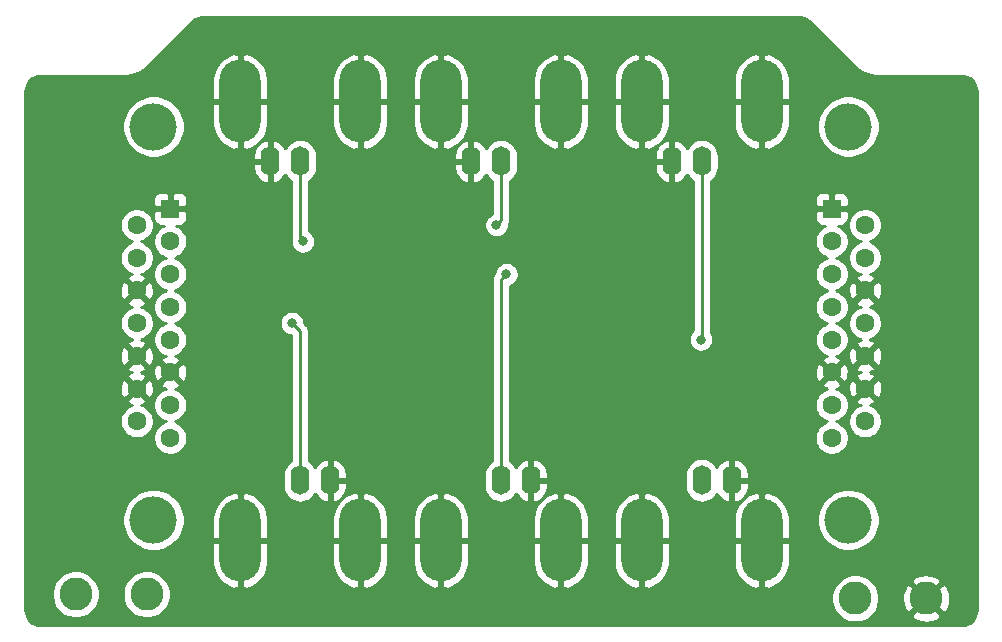
<source format=gbr>
%TF.GenerationSoftware,KiCad,Pcbnew,(5.1.10)-1*%
%TF.CreationDate,2022-04-27T21:55:14-04:00*%
%TF.ProjectId,Macintosh II Video Breakout,4d616369-6e74-46f7-9368-204949205669,rev?*%
%TF.SameCoordinates,Original*%
%TF.FileFunction,Copper,L2,Bot*%
%TF.FilePolarity,Positive*%
%FSLAX46Y46*%
G04 Gerber Fmt 4.6, Leading zero omitted, Abs format (unit mm)*
G04 Created by KiCad (PCBNEW (5.1.10)-1) date 2022-04-27 21:55:14*
%MOMM*%
%LPD*%
G01*
G04 APERTURE LIST*
%TA.AperFunction,ComponentPad*%
%ADD10O,1.600000X2.500000*%
%TD*%
%TA.AperFunction,ComponentPad*%
%ADD11O,3.500000X7.000000*%
%TD*%
%TA.AperFunction,ComponentPad*%
%ADD12C,2.800000*%
%TD*%
%TA.AperFunction,ComponentPad*%
%ADD13C,4.000000*%
%TD*%
%TA.AperFunction,ComponentPad*%
%ADD14C,1.600000*%
%TD*%
%TA.AperFunction,ComponentPad*%
%ADD15R,1.600000X1.600000*%
%TD*%
%TA.AperFunction,ViaPad*%
%ADD16C,0.800000*%
%TD*%
%TA.AperFunction,Conductor*%
%ADD17C,0.250000*%
%TD*%
%TA.AperFunction,Conductor*%
%ADD18C,0.254000*%
%TD*%
%TA.AperFunction,Conductor*%
%ADD19C,0.100000*%
%TD*%
G04 APERTURE END LIST*
D10*
%TO.P,J1,2*%
%TO.N,GND*%
X65460000Y-60000000D03*
%TO.P,J1,1*%
%TO.N,RED.VID*%
X68000000Y-60000000D03*
D11*
%TO.P,J1,2*%
%TO.N,GND*%
X73080000Y-54920000D03*
X62920000Y-54920000D03*
%TD*%
D12*
%TO.P,TP4,1*%
%TO.N,GND*%
X121000000Y-97000000D03*
%TD*%
%TO.P,TP3,1*%
%TO.N,SENSE2*%
X115000000Y-97000000D03*
%TD*%
%TO.P,TP2,1*%
%TO.N,SENSE1*%
X55000000Y-96645001D03*
%TD*%
%TO.P,TP1,1*%
%TO.N,SENSE0*%
X49000000Y-96645001D03*
%TD*%
D13*
%TO.P,J8,0*%
%TO.N,N/C*%
X114420000Y-57045000D03*
X114420000Y-90345000D03*
D14*
%TO.P,J8,15*%
%TO.N,HSYNC*%
X115840000Y-82005000D03*
%TO.P,J8,14*%
%TO.N,GND*%
X115840000Y-79235000D03*
%TO.P,J8,13*%
X115840000Y-76465000D03*
%TO.P,J8,12*%
%TO.N,VSYNC*%
X115840000Y-73695000D03*
%TO.P,J8,11*%
%TO.N,GND*%
X115840000Y-70925000D03*
%TO.P,J8,10*%
%TO.N,SENSE2*%
X115840000Y-68155000D03*
%TO.P,J8,9*%
%TO.N,BLU.VID*%
X115840000Y-65385000D03*
%TO.P,J8,8*%
%TO.N,Net-(J8-Pad8)*%
X113000000Y-83390000D03*
%TO.P,J8,7*%
%TO.N,SENSE1*%
X113000000Y-80620000D03*
%TO.P,J8,6*%
%TO.N,GND*%
X113000000Y-77850000D03*
%TO.P,J8,5*%
%TO.N,GRN.VID*%
X113000000Y-75080000D03*
%TO.P,J8,4*%
%TO.N,SENSE0*%
X113000000Y-72310000D03*
%TO.P,J8,3*%
%TO.N,CSYNC*%
X113000000Y-69540000D03*
%TO.P,J8,2*%
%TO.N,RED.VID*%
X113000000Y-66770000D03*
D15*
%TO.P,J8,1*%
%TO.N,GND*%
X113000000Y-64000000D03*
%TD*%
D13*
%TO.P,J7,0*%
%TO.N,N/C*%
X55580000Y-90345000D03*
X55580000Y-57045000D03*
D14*
%TO.P,J7,15*%
%TO.N,HSYNC*%
X54160000Y-82005000D03*
%TO.P,J7,14*%
%TO.N,GND*%
X54160000Y-79235000D03*
%TO.P,J7,13*%
X54160000Y-76465000D03*
%TO.P,J7,12*%
%TO.N,VSYNC*%
X54160000Y-73695000D03*
%TO.P,J7,11*%
%TO.N,GND*%
X54160000Y-70925000D03*
%TO.P,J7,10*%
%TO.N,SENSE2*%
X54160000Y-68155000D03*
%TO.P,J7,9*%
%TO.N,BLU.VID*%
X54160000Y-65385000D03*
%TO.P,J7,8*%
%TO.N,Net-(J7-Pad8)*%
X57000000Y-83390000D03*
%TO.P,J7,7*%
%TO.N,SENSE1*%
X57000000Y-80620000D03*
%TO.P,J7,6*%
%TO.N,GND*%
X57000000Y-77850000D03*
%TO.P,J7,5*%
%TO.N,GRN.VID*%
X57000000Y-75080000D03*
%TO.P,J7,4*%
%TO.N,SENSE0*%
X57000000Y-72310000D03*
%TO.P,J7,3*%
%TO.N,CSYNC*%
X57000000Y-69540000D03*
%TO.P,J7,2*%
%TO.N,RED.VID*%
X57000000Y-66770000D03*
D15*
%TO.P,J7,1*%
%TO.N,GND*%
X57000000Y-64000000D03*
%TD*%
D10*
%TO.P,J6,2*%
%TO.N,GND*%
X104540000Y-87000000D03*
%TO.P,J6,1*%
%TO.N,HSYNC*%
X102000000Y-87000000D03*
D11*
%TO.P,J6,2*%
%TO.N,GND*%
X96920000Y-92080000D03*
X107080000Y-92080000D03*
%TD*%
D10*
%TO.P,J5,2*%
%TO.N,GND*%
X87540000Y-87000000D03*
%TO.P,J5,1*%
%TO.N,CSYNC*%
X85000000Y-87000000D03*
D11*
%TO.P,J5,2*%
%TO.N,GND*%
X79920000Y-92080000D03*
X90080000Y-92080000D03*
%TD*%
D10*
%TO.P,J4,2*%
%TO.N,GND*%
X70540000Y-87000000D03*
%TO.P,J4,1*%
%TO.N,VSYNC*%
X68000000Y-87000000D03*
D11*
%TO.P,J4,2*%
%TO.N,GND*%
X62920000Y-92080000D03*
X73080000Y-92080000D03*
%TD*%
D10*
%TO.P,J3,2*%
%TO.N,GND*%
X99460000Y-60000000D03*
%TO.P,J3,1*%
%TO.N,GRN.VID*%
X102000000Y-60000000D03*
D11*
%TO.P,J3,2*%
%TO.N,GND*%
X107080000Y-54920000D03*
X96920000Y-54920000D03*
%TD*%
D10*
%TO.P,J2,2*%
%TO.N,GND*%
X82460000Y-60000000D03*
%TO.P,J2,1*%
%TO.N,BLU.VID*%
X85000000Y-60000000D03*
D11*
%TO.P,J2,2*%
%TO.N,GND*%
X90080000Y-54920000D03*
X79920000Y-54920000D03*
%TD*%
D16*
%TO.N,RED.VID*%
X68230000Y-66770000D03*
%TO.N,BLU.VID*%
X84615000Y-65385000D03*
%TO.N,GRN.VID*%
X101920000Y-75080000D03*
%TO.N,VSYNC*%
X67305000Y-73695000D03*
%TO.N,CSYNC*%
X85460000Y-69540000D03*
%TD*%
D17*
%TO.N,RED.VID*%
X68000000Y-66540000D02*
X68230000Y-66770000D01*
X68000000Y-60000000D02*
X68000000Y-66540000D01*
%TO.N,BLU.VID*%
X84615000Y-65385000D02*
X85000000Y-65000000D01*
X85000000Y-65000000D02*
X85000000Y-60000000D01*
%TO.N,GRN.VID*%
X102000000Y-75000000D02*
X101920000Y-75080000D01*
X102000000Y-60000000D02*
X102000000Y-75000000D01*
%TO.N,VSYNC*%
X68000000Y-74390000D02*
X67305000Y-73695000D01*
X68000000Y-87000000D02*
X68000000Y-74390000D01*
%TO.N,CSYNC*%
X85000000Y-87000000D02*
X85000000Y-70000000D01*
X85000000Y-70000000D02*
X85460000Y-69540000D01*
%TD*%
D18*
%TO.N,GND*%
X110416594Y-47762549D02*
X110652285Y-47833708D01*
X110869662Y-47949291D01*
X111087544Y-48126991D01*
X114920019Y-51959467D01*
X114942654Y-51978043D01*
X114946709Y-51982184D01*
X114954616Y-51988726D01*
X115257101Y-52235427D01*
X115312609Y-52272306D01*
X115367554Y-52309928D01*
X115376581Y-52314809D01*
X115721224Y-52498059D01*
X115782828Y-52523450D01*
X115844045Y-52549688D01*
X115853848Y-52552723D01*
X116227520Y-52665541D01*
X116292887Y-52678484D01*
X116358028Y-52692330D01*
X116368234Y-52693403D01*
X116756703Y-52731493D01*
X116756714Y-52731493D01*
X116792322Y-52735000D01*
X123964053Y-52735000D01*
X124245021Y-52762549D01*
X124480712Y-52833708D01*
X124698089Y-52949291D01*
X124888879Y-53104895D01*
X125045811Y-53294593D01*
X125162906Y-53511157D01*
X125235709Y-53746344D01*
X125265001Y-54025037D01*
X125265000Y-97964044D01*
X125237450Y-98245021D01*
X125166290Y-98480714D01*
X125050710Y-98698089D01*
X124895106Y-98888878D01*
X124705408Y-99045809D01*
X124488838Y-99162909D01*
X124253657Y-99235710D01*
X123974975Y-99265000D01*
X46035945Y-99265000D01*
X45754978Y-99237451D01*
X45519287Y-99166291D01*
X45301911Y-99050711D01*
X45111121Y-98895105D01*
X44954190Y-98705408D01*
X44837092Y-98488841D01*
X44764290Y-98253656D01*
X44735000Y-97974975D01*
X44735000Y-96444571D01*
X46965000Y-96444571D01*
X46965000Y-96845431D01*
X47043204Y-97238588D01*
X47196607Y-97608935D01*
X47419313Y-97942238D01*
X47702763Y-98225688D01*
X48036066Y-98448394D01*
X48406413Y-98601797D01*
X48799570Y-98680001D01*
X49200430Y-98680001D01*
X49593587Y-98601797D01*
X49963934Y-98448394D01*
X50297237Y-98225688D01*
X50580687Y-97942238D01*
X50803393Y-97608935D01*
X50956796Y-97238588D01*
X51035000Y-96845431D01*
X51035000Y-96444571D01*
X52965000Y-96444571D01*
X52965000Y-96845431D01*
X53043204Y-97238588D01*
X53196607Y-97608935D01*
X53419313Y-97942238D01*
X53702763Y-98225688D01*
X54036066Y-98448394D01*
X54406413Y-98601797D01*
X54799570Y-98680001D01*
X55200430Y-98680001D01*
X55593587Y-98601797D01*
X55963934Y-98448394D01*
X56297237Y-98225688D01*
X56580687Y-97942238D01*
X56803393Y-97608935D01*
X56956796Y-97238588D01*
X57035000Y-96845431D01*
X57035000Y-96799570D01*
X112965000Y-96799570D01*
X112965000Y-97200430D01*
X113043204Y-97593587D01*
X113196607Y-97963934D01*
X113419313Y-98297237D01*
X113702763Y-98580687D01*
X114036066Y-98803393D01*
X114406413Y-98956796D01*
X114799570Y-99035000D01*
X115200430Y-99035000D01*
X115593587Y-98956796D01*
X115963934Y-98803393D01*
X116297237Y-98580687D01*
X116457477Y-98420447D01*
X119759158Y-98420447D01*
X119903135Y-98725770D01*
X120260892Y-98906597D01*
X120647053Y-99014155D01*
X121046777Y-99044310D01*
X121444704Y-98995904D01*
X121825540Y-98870795D01*
X122096865Y-98725770D01*
X122240842Y-98420447D01*
X121000000Y-97179605D01*
X119759158Y-98420447D01*
X116457477Y-98420447D01*
X116580687Y-98297237D01*
X116803393Y-97963934D01*
X116956796Y-97593587D01*
X117035000Y-97200430D01*
X117035000Y-97046777D01*
X118955690Y-97046777D01*
X119004096Y-97444704D01*
X119129205Y-97825540D01*
X119274230Y-98096865D01*
X119579553Y-98240842D01*
X120820395Y-97000000D01*
X121179605Y-97000000D01*
X122420447Y-98240842D01*
X122725770Y-98096865D01*
X122906597Y-97739108D01*
X123014155Y-97352947D01*
X123044310Y-96953223D01*
X122995904Y-96555296D01*
X122870795Y-96174460D01*
X122725770Y-95903135D01*
X122420447Y-95759158D01*
X121179605Y-97000000D01*
X120820395Y-97000000D01*
X119579553Y-95759158D01*
X119274230Y-95903135D01*
X119093403Y-96260892D01*
X118985845Y-96647053D01*
X118955690Y-97046777D01*
X117035000Y-97046777D01*
X117035000Y-96799570D01*
X116956796Y-96406413D01*
X116803393Y-96036066D01*
X116580687Y-95702763D01*
X116457477Y-95579553D01*
X119759158Y-95579553D01*
X121000000Y-96820395D01*
X122240842Y-95579553D01*
X122096865Y-95274230D01*
X121739108Y-95093403D01*
X121352947Y-94985845D01*
X120953223Y-94955690D01*
X120555296Y-95004096D01*
X120174460Y-95129205D01*
X119903135Y-95274230D01*
X119759158Y-95579553D01*
X116457477Y-95579553D01*
X116297237Y-95419313D01*
X115963934Y-95196607D01*
X115593587Y-95043204D01*
X115200430Y-94965000D01*
X114799570Y-94965000D01*
X114406413Y-95043204D01*
X114036066Y-95196607D01*
X113702763Y-95419313D01*
X113419313Y-95702763D01*
X113196607Y-96036066D01*
X113043204Y-96406413D01*
X112965000Y-96799570D01*
X57035000Y-96799570D01*
X57035000Y-96444571D01*
X56956796Y-96051414D01*
X56803393Y-95681067D01*
X56580687Y-95347764D01*
X56297237Y-95064314D01*
X55963934Y-94841608D01*
X55593587Y-94688205D01*
X55200430Y-94610001D01*
X54799570Y-94610001D01*
X54406413Y-94688205D01*
X54036066Y-94841608D01*
X53702763Y-95064314D01*
X53419313Y-95347764D01*
X53196607Y-95681067D01*
X53043204Y-96051414D01*
X52965000Y-96444571D01*
X51035000Y-96444571D01*
X50956796Y-96051414D01*
X50803393Y-95681067D01*
X50580687Y-95347764D01*
X50297237Y-95064314D01*
X49963934Y-94841608D01*
X49593587Y-94688205D01*
X49200430Y-94610001D01*
X48799570Y-94610001D01*
X48406413Y-94688205D01*
X48036066Y-94841608D01*
X47702763Y-95064314D01*
X47419313Y-95347764D01*
X47196607Y-95681067D01*
X47043204Y-96051414D01*
X46965000Y-96444571D01*
X44735000Y-96444571D01*
X44735000Y-90085475D01*
X52945000Y-90085475D01*
X52945000Y-90604525D01*
X53046261Y-91113601D01*
X53244893Y-91593141D01*
X53533262Y-92024715D01*
X53900285Y-92391738D01*
X54331859Y-92680107D01*
X54811399Y-92878739D01*
X55320475Y-92980000D01*
X55839525Y-92980000D01*
X56348601Y-92878739D01*
X56828141Y-92680107D01*
X57259715Y-92391738D01*
X57444453Y-92207000D01*
X60535000Y-92207000D01*
X60535000Y-93957000D01*
X60605604Y-94419850D01*
X60765148Y-94860032D01*
X61007502Y-95260631D01*
X61323352Y-95606252D01*
X61700561Y-95883612D01*
X62124632Y-96082053D01*
X62421997Y-96162427D01*
X62793000Y-96052625D01*
X62793000Y-92207000D01*
X63047000Y-92207000D01*
X63047000Y-96052625D01*
X63418003Y-96162427D01*
X63715368Y-96082053D01*
X64139439Y-95883612D01*
X64516648Y-95606252D01*
X64832498Y-95260631D01*
X65074852Y-94860032D01*
X65234396Y-94419850D01*
X65305000Y-93957000D01*
X65305000Y-92207000D01*
X70695000Y-92207000D01*
X70695000Y-93957000D01*
X70765604Y-94419850D01*
X70925148Y-94860032D01*
X71167502Y-95260631D01*
X71483352Y-95606252D01*
X71860561Y-95883612D01*
X72284632Y-96082053D01*
X72581997Y-96162427D01*
X72953000Y-96052625D01*
X72953000Y-92207000D01*
X73207000Y-92207000D01*
X73207000Y-96052625D01*
X73578003Y-96162427D01*
X73875368Y-96082053D01*
X74299439Y-95883612D01*
X74676648Y-95606252D01*
X74992498Y-95260631D01*
X75234852Y-94860032D01*
X75394396Y-94419850D01*
X75465000Y-93957000D01*
X75465000Y-92207000D01*
X77535000Y-92207000D01*
X77535000Y-93957000D01*
X77605604Y-94419850D01*
X77765148Y-94860032D01*
X78007502Y-95260631D01*
X78323352Y-95606252D01*
X78700561Y-95883612D01*
X79124632Y-96082053D01*
X79421997Y-96162427D01*
X79793000Y-96052625D01*
X79793000Y-92207000D01*
X80047000Y-92207000D01*
X80047000Y-96052625D01*
X80418003Y-96162427D01*
X80715368Y-96082053D01*
X81139439Y-95883612D01*
X81516648Y-95606252D01*
X81832498Y-95260631D01*
X82074852Y-94860032D01*
X82234396Y-94419850D01*
X82305000Y-93957000D01*
X82305000Y-92207000D01*
X87695000Y-92207000D01*
X87695000Y-93957000D01*
X87765604Y-94419850D01*
X87925148Y-94860032D01*
X88167502Y-95260631D01*
X88483352Y-95606252D01*
X88860561Y-95883612D01*
X89284632Y-96082053D01*
X89581997Y-96162427D01*
X89953000Y-96052625D01*
X89953000Y-92207000D01*
X90207000Y-92207000D01*
X90207000Y-96052625D01*
X90578003Y-96162427D01*
X90875368Y-96082053D01*
X91299439Y-95883612D01*
X91676648Y-95606252D01*
X91992498Y-95260631D01*
X92234852Y-94860032D01*
X92394396Y-94419850D01*
X92465000Y-93957000D01*
X92465000Y-92207000D01*
X94535000Y-92207000D01*
X94535000Y-93957000D01*
X94605604Y-94419850D01*
X94765148Y-94860032D01*
X95007502Y-95260631D01*
X95323352Y-95606252D01*
X95700561Y-95883612D01*
X96124632Y-96082053D01*
X96421997Y-96162427D01*
X96793000Y-96052625D01*
X96793000Y-92207000D01*
X97047000Y-92207000D01*
X97047000Y-96052625D01*
X97418003Y-96162427D01*
X97715368Y-96082053D01*
X98139439Y-95883612D01*
X98516648Y-95606252D01*
X98832498Y-95260631D01*
X99074852Y-94860032D01*
X99234396Y-94419850D01*
X99305000Y-93957000D01*
X99305000Y-92207000D01*
X104695000Y-92207000D01*
X104695000Y-93957000D01*
X104765604Y-94419850D01*
X104925148Y-94860032D01*
X105167502Y-95260631D01*
X105483352Y-95606252D01*
X105860561Y-95883612D01*
X106284632Y-96082053D01*
X106581997Y-96162427D01*
X106953000Y-96052625D01*
X106953000Y-92207000D01*
X107207000Y-92207000D01*
X107207000Y-96052625D01*
X107578003Y-96162427D01*
X107875368Y-96082053D01*
X108299439Y-95883612D01*
X108676648Y-95606252D01*
X108992498Y-95260631D01*
X109234852Y-94860032D01*
X109394396Y-94419850D01*
X109465000Y-93957000D01*
X109465000Y-92207000D01*
X107207000Y-92207000D01*
X106953000Y-92207000D01*
X104695000Y-92207000D01*
X99305000Y-92207000D01*
X97047000Y-92207000D01*
X96793000Y-92207000D01*
X94535000Y-92207000D01*
X92465000Y-92207000D01*
X90207000Y-92207000D01*
X89953000Y-92207000D01*
X87695000Y-92207000D01*
X82305000Y-92207000D01*
X80047000Y-92207000D01*
X79793000Y-92207000D01*
X77535000Y-92207000D01*
X75465000Y-92207000D01*
X73207000Y-92207000D01*
X72953000Y-92207000D01*
X70695000Y-92207000D01*
X65305000Y-92207000D01*
X63047000Y-92207000D01*
X62793000Y-92207000D01*
X60535000Y-92207000D01*
X57444453Y-92207000D01*
X57626738Y-92024715D01*
X57915107Y-91593141D01*
X58113739Y-91113601D01*
X58215000Y-90604525D01*
X58215000Y-90203000D01*
X60535000Y-90203000D01*
X60535000Y-91953000D01*
X62793000Y-91953000D01*
X62793000Y-88107375D01*
X63047000Y-88107375D01*
X63047000Y-91953000D01*
X65305000Y-91953000D01*
X65305000Y-90203000D01*
X70695000Y-90203000D01*
X70695000Y-91953000D01*
X72953000Y-91953000D01*
X72953000Y-88107375D01*
X73207000Y-88107375D01*
X73207000Y-91953000D01*
X75465000Y-91953000D01*
X75465000Y-90203000D01*
X77535000Y-90203000D01*
X77535000Y-91953000D01*
X79793000Y-91953000D01*
X79793000Y-88107375D01*
X80047000Y-88107375D01*
X80047000Y-91953000D01*
X82305000Y-91953000D01*
X82305000Y-90203000D01*
X87695000Y-90203000D01*
X87695000Y-91953000D01*
X89953000Y-91953000D01*
X89953000Y-88107375D01*
X90207000Y-88107375D01*
X90207000Y-91953000D01*
X92465000Y-91953000D01*
X92465000Y-90203000D01*
X94535000Y-90203000D01*
X94535000Y-91953000D01*
X96793000Y-91953000D01*
X96793000Y-88107375D01*
X97047000Y-88107375D01*
X97047000Y-91953000D01*
X99305000Y-91953000D01*
X99305000Y-90203000D01*
X104695000Y-90203000D01*
X104695000Y-91953000D01*
X106953000Y-91953000D01*
X106953000Y-88107375D01*
X107207000Y-88107375D01*
X107207000Y-91953000D01*
X109465000Y-91953000D01*
X109465000Y-90203000D01*
X109447073Y-90085475D01*
X111785000Y-90085475D01*
X111785000Y-90604525D01*
X111886261Y-91113601D01*
X112084893Y-91593141D01*
X112373262Y-92024715D01*
X112740285Y-92391738D01*
X113171859Y-92680107D01*
X113651399Y-92878739D01*
X114160475Y-92980000D01*
X114679525Y-92980000D01*
X115188601Y-92878739D01*
X115668141Y-92680107D01*
X116099715Y-92391738D01*
X116466738Y-92024715D01*
X116755107Y-91593141D01*
X116953739Y-91113601D01*
X117055000Y-90604525D01*
X117055000Y-90085475D01*
X116953739Y-89576399D01*
X116755107Y-89096859D01*
X116466738Y-88665285D01*
X116099715Y-88298262D01*
X115668141Y-88009893D01*
X115188601Y-87811261D01*
X114679525Y-87710000D01*
X114160475Y-87710000D01*
X113651399Y-87811261D01*
X113171859Y-88009893D01*
X112740285Y-88298262D01*
X112373262Y-88665285D01*
X112084893Y-89096859D01*
X111886261Y-89576399D01*
X111785000Y-90085475D01*
X109447073Y-90085475D01*
X109394396Y-89740150D01*
X109234852Y-89299968D01*
X108992498Y-88899369D01*
X108676648Y-88553748D01*
X108299439Y-88276388D01*
X107875368Y-88077947D01*
X107578003Y-87997573D01*
X107207000Y-88107375D01*
X106953000Y-88107375D01*
X106581997Y-87997573D01*
X106284632Y-88077947D01*
X105860561Y-88276388D01*
X105483352Y-88553748D01*
X105167502Y-88899369D01*
X104925148Y-89299968D01*
X104765604Y-89740150D01*
X104695000Y-90203000D01*
X99305000Y-90203000D01*
X99234396Y-89740150D01*
X99074852Y-89299968D01*
X98832498Y-88899369D01*
X98516648Y-88553748D01*
X98139439Y-88276388D01*
X97715368Y-88077947D01*
X97418003Y-87997573D01*
X97047000Y-88107375D01*
X96793000Y-88107375D01*
X96421997Y-87997573D01*
X96124632Y-88077947D01*
X95700561Y-88276388D01*
X95323352Y-88553748D01*
X95007502Y-88899369D01*
X94765148Y-89299968D01*
X94605604Y-89740150D01*
X94535000Y-90203000D01*
X92465000Y-90203000D01*
X92394396Y-89740150D01*
X92234852Y-89299968D01*
X91992498Y-88899369D01*
X91676648Y-88553748D01*
X91299439Y-88276388D01*
X90875368Y-88077947D01*
X90578003Y-87997573D01*
X90207000Y-88107375D01*
X89953000Y-88107375D01*
X89581997Y-87997573D01*
X89284632Y-88077947D01*
X88860561Y-88276388D01*
X88483352Y-88553748D01*
X88167502Y-88899369D01*
X87925148Y-89299968D01*
X87765604Y-89740150D01*
X87695000Y-90203000D01*
X82305000Y-90203000D01*
X82234396Y-89740150D01*
X82074852Y-89299968D01*
X81832498Y-88899369D01*
X81516648Y-88553748D01*
X81139439Y-88276388D01*
X80715368Y-88077947D01*
X80418003Y-87997573D01*
X80047000Y-88107375D01*
X79793000Y-88107375D01*
X79421997Y-87997573D01*
X79124632Y-88077947D01*
X78700561Y-88276388D01*
X78323352Y-88553748D01*
X78007502Y-88899369D01*
X77765148Y-89299968D01*
X77605604Y-89740150D01*
X77535000Y-90203000D01*
X75465000Y-90203000D01*
X75394396Y-89740150D01*
X75234852Y-89299968D01*
X74992498Y-88899369D01*
X74676648Y-88553748D01*
X74299439Y-88276388D01*
X73875368Y-88077947D01*
X73578003Y-87997573D01*
X73207000Y-88107375D01*
X72953000Y-88107375D01*
X72581997Y-87997573D01*
X72284632Y-88077947D01*
X71860561Y-88276388D01*
X71483352Y-88553748D01*
X71167502Y-88899369D01*
X70925148Y-89299968D01*
X70765604Y-89740150D01*
X70695000Y-90203000D01*
X65305000Y-90203000D01*
X65234396Y-89740150D01*
X65074852Y-89299968D01*
X64832498Y-88899369D01*
X64516648Y-88553748D01*
X64139439Y-88276388D01*
X63715368Y-88077947D01*
X63418003Y-87997573D01*
X63047000Y-88107375D01*
X62793000Y-88107375D01*
X62421997Y-87997573D01*
X62124632Y-88077947D01*
X61700561Y-88276388D01*
X61323352Y-88553748D01*
X61007502Y-88899369D01*
X60765148Y-89299968D01*
X60605604Y-89740150D01*
X60535000Y-90203000D01*
X58215000Y-90203000D01*
X58215000Y-90085475D01*
X58113739Y-89576399D01*
X57915107Y-89096859D01*
X57626738Y-88665285D01*
X57259715Y-88298262D01*
X56828141Y-88009893D01*
X56348601Y-87811261D01*
X55839525Y-87710000D01*
X55320475Y-87710000D01*
X54811399Y-87811261D01*
X54331859Y-88009893D01*
X53900285Y-88298262D01*
X53533262Y-88665285D01*
X53244893Y-89096859D01*
X53046261Y-89576399D01*
X52945000Y-90085475D01*
X44735000Y-90085475D01*
X44735000Y-81863665D01*
X52725000Y-81863665D01*
X52725000Y-82146335D01*
X52780147Y-82423574D01*
X52888320Y-82684727D01*
X53045363Y-82919759D01*
X53245241Y-83119637D01*
X53480273Y-83276680D01*
X53741426Y-83384853D01*
X54018665Y-83440000D01*
X54301335Y-83440000D01*
X54578574Y-83384853D01*
X54839727Y-83276680D01*
X55074759Y-83119637D01*
X55274637Y-82919759D01*
X55431680Y-82684727D01*
X55539853Y-82423574D01*
X55595000Y-82146335D01*
X55595000Y-81863665D01*
X55539853Y-81586426D01*
X55431680Y-81325273D01*
X55274637Y-81090241D01*
X55074759Y-80890363D01*
X54839727Y-80733320D01*
X54578574Y-80625147D01*
X54550118Y-80619487D01*
X54776292Y-80538603D01*
X54888429Y-80478665D01*
X55565000Y-80478665D01*
X55565000Y-80761335D01*
X55620147Y-81038574D01*
X55728320Y-81299727D01*
X55885363Y-81534759D01*
X56085241Y-81734637D01*
X56320273Y-81891680D01*
X56581426Y-81999853D01*
X56607301Y-82005000D01*
X56581426Y-82010147D01*
X56320273Y-82118320D01*
X56085241Y-82275363D01*
X55885363Y-82475241D01*
X55728320Y-82710273D01*
X55620147Y-82971426D01*
X55565000Y-83248665D01*
X55565000Y-83531335D01*
X55620147Y-83808574D01*
X55728320Y-84069727D01*
X55885363Y-84304759D01*
X56085241Y-84504637D01*
X56320273Y-84661680D01*
X56581426Y-84769853D01*
X56858665Y-84825000D01*
X57141335Y-84825000D01*
X57418574Y-84769853D01*
X57679727Y-84661680D01*
X57914759Y-84504637D01*
X58114637Y-84304759D01*
X58271680Y-84069727D01*
X58379853Y-83808574D01*
X58435000Y-83531335D01*
X58435000Y-83248665D01*
X58379853Y-82971426D01*
X58271680Y-82710273D01*
X58114637Y-82475241D01*
X57914759Y-82275363D01*
X57679727Y-82118320D01*
X57418574Y-82010147D01*
X57392699Y-82005000D01*
X57418574Y-81999853D01*
X57679727Y-81891680D01*
X57914759Y-81734637D01*
X58114637Y-81534759D01*
X58271680Y-81299727D01*
X58379853Y-81038574D01*
X58435000Y-80761335D01*
X58435000Y-80478665D01*
X58379853Y-80201426D01*
X58271680Y-79940273D01*
X58114637Y-79705241D01*
X57914759Y-79505363D01*
X57679727Y-79348320D01*
X57418574Y-79240147D01*
X57390118Y-79234487D01*
X57616292Y-79153603D01*
X57741514Y-79086671D01*
X57813097Y-78842702D01*
X57000000Y-78029605D01*
X56186903Y-78842702D01*
X56258486Y-79086671D01*
X56513996Y-79207571D01*
X56616289Y-79233212D01*
X56581426Y-79240147D01*
X56320273Y-79348320D01*
X56085241Y-79505363D01*
X55885363Y-79705241D01*
X55728320Y-79940273D01*
X55620147Y-80201426D01*
X55565000Y-80478665D01*
X54888429Y-80478665D01*
X54901514Y-80471671D01*
X54973097Y-80227702D01*
X54160000Y-79414605D01*
X53346903Y-80227702D01*
X53418486Y-80471671D01*
X53673996Y-80592571D01*
X53776289Y-80618212D01*
X53741426Y-80625147D01*
X53480273Y-80733320D01*
X53245241Y-80890363D01*
X53045363Y-81090241D01*
X52888320Y-81325273D01*
X52780147Y-81586426D01*
X52725000Y-81863665D01*
X44735000Y-81863665D01*
X44735000Y-79305512D01*
X52719783Y-79305512D01*
X52761213Y-79585130D01*
X52856397Y-79851292D01*
X52923329Y-79976514D01*
X53167298Y-80048097D01*
X53980395Y-79235000D01*
X54339605Y-79235000D01*
X55152702Y-80048097D01*
X55396671Y-79976514D01*
X55517571Y-79721004D01*
X55586300Y-79446816D01*
X55600217Y-79164488D01*
X55558787Y-78884870D01*
X55463603Y-78618708D01*
X55396671Y-78493486D01*
X55152702Y-78421903D01*
X54339605Y-79235000D01*
X53980395Y-79235000D01*
X53167298Y-78421903D01*
X52923329Y-78493486D01*
X52802429Y-78748996D01*
X52733700Y-79023184D01*
X52719783Y-79305512D01*
X44735000Y-79305512D01*
X44735000Y-77457702D01*
X53346903Y-77457702D01*
X53418486Y-77701671D01*
X53673996Y-77822571D01*
X53776305Y-77848216D01*
X53543708Y-77931397D01*
X53418486Y-77998329D01*
X53346903Y-78242298D01*
X54160000Y-79055395D01*
X54973097Y-78242298D01*
X54901514Y-77998329D01*
X54737056Y-77920512D01*
X55559783Y-77920512D01*
X55601213Y-78200130D01*
X55696397Y-78466292D01*
X55763329Y-78591514D01*
X56007298Y-78663097D01*
X56820395Y-77850000D01*
X57179605Y-77850000D01*
X57992702Y-78663097D01*
X58236671Y-78591514D01*
X58357571Y-78336004D01*
X58426300Y-78061816D01*
X58440217Y-77779488D01*
X58398787Y-77499870D01*
X58303603Y-77233708D01*
X58236671Y-77108486D01*
X57992702Y-77036903D01*
X57179605Y-77850000D01*
X56820395Y-77850000D01*
X56007298Y-77036903D01*
X55763329Y-77108486D01*
X55642429Y-77363996D01*
X55573700Y-77638184D01*
X55559783Y-77920512D01*
X54737056Y-77920512D01*
X54646004Y-77877429D01*
X54543695Y-77851784D01*
X54776292Y-77768603D01*
X54901514Y-77701671D01*
X54973097Y-77457702D01*
X54160000Y-76644605D01*
X53346903Y-77457702D01*
X44735000Y-77457702D01*
X44735000Y-76535512D01*
X52719783Y-76535512D01*
X52761213Y-76815130D01*
X52856397Y-77081292D01*
X52923329Y-77206514D01*
X53167298Y-77278097D01*
X53980395Y-76465000D01*
X54339605Y-76465000D01*
X55152702Y-77278097D01*
X55396671Y-77206514D01*
X55517571Y-76951004D01*
X55586300Y-76676816D01*
X55600217Y-76394488D01*
X55558787Y-76114870D01*
X55463603Y-75848708D01*
X55396671Y-75723486D01*
X55152702Y-75651903D01*
X54339605Y-76465000D01*
X53980395Y-76465000D01*
X53167298Y-75651903D01*
X52923329Y-75723486D01*
X52802429Y-75978996D01*
X52733700Y-76253184D01*
X52719783Y-76535512D01*
X44735000Y-76535512D01*
X44735000Y-73553665D01*
X52725000Y-73553665D01*
X52725000Y-73836335D01*
X52780147Y-74113574D01*
X52888320Y-74374727D01*
X53045363Y-74609759D01*
X53245241Y-74809637D01*
X53480273Y-74966680D01*
X53741426Y-75074853D01*
X53769882Y-75080513D01*
X53543708Y-75161397D01*
X53418486Y-75228329D01*
X53346903Y-75472298D01*
X54160000Y-76285395D01*
X54973097Y-75472298D01*
X54901514Y-75228329D01*
X54646004Y-75107429D01*
X54543711Y-75081788D01*
X54578574Y-75074853D01*
X54839727Y-74966680D01*
X55074759Y-74809637D01*
X55274637Y-74609759D01*
X55431680Y-74374727D01*
X55539853Y-74113574D01*
X55595000Y-73836335D01*
X55595000Y-73553665D01*
X55539853Y-73276426D01*
X55431680Y-73015273D01*
X55274637Y-72780241D01*
X55074759Y-72580363D01*
X54839727Y-72423320D01*
X54578574Y-72315147D01*
X54550118Y-72309487D01*
X54776292Y-72228603D01*
X54901514Y-72161671D01*
X54973097Y-71917702D01*
X54160000Y-71104605D01*
X53346903Y-71917702D01*
X53418486Y-72161671D01*
X53673996Y-72282571D01*
X53776289Y-72308212D01*
X53741426Y-72315147D01*
X53480273Y-72423320D01*
X53245241Y-72580363D01*
X53045363Y-72780241D01*
X52888320Y-73015273D01*
X52780147Y-73276426D01*
X52725000Y-73553665D01*
X44735000Y-73553665D01*
X44735000Y-70995512D01*
X52719783Y-70995512D01*
X52761213Y-71275130D01*
X52856397Y-71541292D01*
X52923329Y-71666514D01*
X53167298Y-71738097D01*
X53980395Y-70925000D01*
X54339605Y-70925000D01*
X55152702Y-71738097D01*
X55396671Y-71666514D01*
X55517571Y-71411004D01*
X55586300Y-71136816D01*
X55600217Y-70854488D01*
X55558787Y-70574870D01*
X55463603Y-70308708D01*
X55396671Y-70183486D01*
X55152702Y-70111903D01*
X54339605Y-70925000D01*
X53980395Y-70925000D01*
X53167298Y-70111903D01*
X52923329Y-70183486D01*
X52802429Y-70438996D01*
X52733700Y-70713184D01*
X52719783Y-70995512D01*
X44735000Y-70995512D01*
X44735000Y-65243665D01*
X52725000Y-65243665D01*
X52725000Y-65526335D01*
X52780147Y-65803574D01*
X52888320Y-66064727D01*
X53045363Y-66299759D01*
X53245241Y-66499637D01*
X53480273Y-66656680D01*
X53741426Y-66764853D01*
X53767301Y-66770000D01*
X53741426Y-66775147D01*
X53480273Y-66883320D01*
X53245241Y-67040363D01*
X53045363Y-67240241D01*
X52888320Y-67475273D01*
X52780147Y-67736426D01*
X52725000Y-68013665D01*
X52725000Y-68296335D01*
X52780147Y-68573574D01*
X52888320Y-68834727D01*
X53045363Y-69069759D01*
X53245241Y-69269637D01*
X53480273Y-69426680D01*
X53741426Y-69534853D01*
X53769882Y-69540513D01*
X53543708Y-69621397D01*
X53418486Y-69688329D01*
X53346903Y-69932298D01*
X54160000Y-70745395D01*
X54973097Y-69932298D01*
X54901514Y-69688329D01*
X54646004Y-69567429D01*
X54543711Y-69541788D01*
X54578574Y-69534853D01*
X54839727Y-69426680D01*
X55074759Y-69269637D01*
X55274637Y-69069759D01*
X55431680Y-68834727D01*
X55539853Y-68573574D01*
X55595000Y-68296335D01*
X55595000Y-68013665D01*
X55539853Y-67736426D01*
X55431680Y-67475273D01*
X55274637Y-67240241D01*
X55074759Y-67040363D01*
X54839727Y-66883320D01*
X54578574Y-66775147D01*
X54552699Y-66770000D01*
X54578574Y-66764853D01*
X54839727Y-66656680D01*
X55074759Y-66499637D01*
X55274637Y-66299759D01*
X55431680Y-66064727D01*
X55539853Y-65803574D01*
X55595000Y-65526335D01*
X55595000Y-65243665D01*
X55539853Y-64966426D01*
X55470918Y-64800000D01*
X55561928Y-64800000D01*
X55574188Y-64924482D01*
X55610498Y-65044180D01*
X55669463Y-65154494D01*
X55748815Y-65251185D01*
X55845506Y-65330537D01*
X55955820Y-65389502D01*
X56075518Y-65425812D01*
X56200000Y-65438072D01*
X56469613Y-65436461D01*
X56320273Y-65498320D01*
X56085241Y-65655363D01*
X55885363Y-65855241D01*
X55728320Y-66090273D01*
X55620147Y-66351426D01*
X55565000Y-66628665D01*
X55565000Y-66911335D01*
X55620147Y-67188574D01*
X55728320Y-67449727D01*
X55885363Y-67684759D01*
X56085241Y-67884637D01*
X56320273Y-68041680D01*
X56581426Y-68149853D01*
X56607301Y-68155000D01*
X56581426Y-68160147D01*
X56320273Y-68268320D01*
X56085241Y-68425363D01*
X55885363Y-68625241D01*
X55728320Y-68860273D01*
X55620147Y-69121426D01*
X55565000Y-69398665D01*
X55565000Y-69681335D01*
X55620147Y-69958574D01*
X55728320Y-70219727D01*
X55885363Y-70454759D01*
X56085241Y-70654637D01*
X56320273Y-70811680D01*
X56581426Y-70919853D01*
X56607301Y-70925000D01*
X56581426Y-70930147D01*
X56320273Y-71038320D01*
X56085241Y-71195363D01*
X55885363Y-71395241D01*
X55728320Y-71630273D01*
X55620147Y-71891426D01*
X55565000Y-72168665D01*
X55565000Y-72451335D01*
X55620147Y-72728574D01*
X55728320Y-72989727D01*
X55885363Y-73224759D01*
X56085241Y-73424637D01*
X56320273Y-73581680D01*
X56581426Y-73689853D01*
X56607301Y-73695000D01*
X56581426Y-73700147D01*
X56320273Y-73808320D01*
X56085241Y-73965363D01*
X55885363Y-74165241D01*
X55728320Y-74400273D01*
X55620147Y-74661426D01*
X55565000Y-74938665D01*
X55565000Y-75221335D01*
X55620147Y-75498574D01*
X55728320Y-75759727D01*
X55885363Y-75994759D01*
X56085241Y-76194637D01*
X56320273Y-76351680D01*
X56581426Y-76459853D01*
X56609882Y-76465513D01*
X56383708Y-76546397D01*
X56258486Y-76613329D01*
X56186903Y-76857298D01*
X57000000Y-77670395D01*
X57813097Y-76857298D01*
X57741514Y-76613329D01*
X57486004Y-76492429D01*
X57383711Y-76466788D01*
X57418574Y-76459853D01*
X57679727Y-76351680D01*
X57914759Y-76194637D01*
X58114637Y-75994759D01*
X58271680Y-75759727D01*
X58379853Y-75498574D01*
X58435000Y-75221335D01*
X58435000Y-74938665D01*
X58379853Y-74661426D01*
X58271680Y-74400273D01*
X58114637Y-74165241D01*
X57914759Y-73965363D01*
X57679727Y-73808320D01*
X57418574Y-73700147D01*
X57392699Y-73695000D01*
X57418574Y-73689853D01*
X57652250Y-73593061D01*
X66270000Y-73593061D01*
X66270000Y-73796939D01*
X66309774Y-73996898D01*
X66387795Y-74185256D01*
X66501063Y-74354774D01*
X66645226Y-74498937D01*
X66814744Y-74612205D01*
X67003102Y-74690226D01*
X67203061Y-74730000D01*
X67240001Y-74730000D01*
X67240000Y-85329100D01*
X67198900Y-85351068D01*
X66980393Y-85530392D01*
X66801068Y-85748899D01*
X66667818Y-85998192D01*
X66585764Y-86268691D01*
X66565000Y-86479508D01*
X66565000Y-87520491D01*
X66585764Y-87731308D01*
X66667818Y-88001807D01*
X66801068Y-88251100D01*
X66980392Y-88469607D01*
X67198899Y-88648932D01*
X67448192Y-88782182D01*
X67718691Y-88864236D01*
X68000000Y-88891943D01*
X68281308Y-88864236D01*
X68551807Y-88782182D01*
X68801100Y-88648932D01*
X69019607Y-88469608D01*
X69198932Y-88251101D01*
X69267265Y-88123259D01*
X69417399Y-88352839D01*
X69615105Y-88554500D01*
X69848354Y-88713715D01*
X70108182Y-88824367D01*
X70190961Y-88841904D01*
X70413000Y-88719915D01*
X70413000Y-87127000D01*
X70667000Y-87127000D01*
X70667000Y-88719915D01*
X70889039Y-88841904D01*
X70971818Y-88824367D01*
X71231646Y-88713715D01*
X71464895Y-88554500D01*
X71662601Y-88352839D01*
X71817166Y-88116483D01*
X71922650Y-87854514D01*
X71975000Y-87577000D01*
X71975000Y-87127000D01*
X70667000Y-87127000D01*
X70413000Y-87127000D01*
X70393000Y-87127000D01*
X70393000Y-86873000D01*
X70413000Y-86873000D01*
X70413000Y-85280085D01*
X70667000Y-85280085D01*
X70667000Y-86873000D01*
X71975000Y-86873000D01*
X71975000Y-86479508D01*
X83565000Y-86479508D01*
X83565000Y-87520491D01*
X83585764Y-87731308D01*
X83667818Y-88001807D01*
X83801068Y-88251100D01*
X83980392Y-88469607D01*
X84198899Y-88648932D01*
X84448192Y-88782182D01*
X84718691Y-88864236D01*
X85000000Y-88891943D01*
X85281308Y-88864236D01*
X85551807Y-88782182D01*
X85801100Y-88648932D01*
X86019607Y-88469608D01*
X86198932Y-88251101D01*
X86267265Y-88123259D01*
X86417399Y-88352839D01*
X86615105Y-88554500D01*
X86848354Y-88713715D01*
X87108182Y-88824367D01*
X87190961Y-88841904D01*
X87413000Y-88719915D01*
X87413000Y-87127000D01*
X87667000Y-87127000D01*
X87667000Y-88719915D01*
X87889039Y-88841904D01*
X87971818Y-88824367D01*
X88231646Y-88713715D01*
X88464895Y-88554500D01*
X88662601Y-88352839D01*
X88817166Y-88116483D01*
X88922650Y-87854514D01*
X88975000Y-87577000D01*
X88975000Y-87127000D01*
X87667000Y-87127000D01*
X87413000Y-87127000D01*
X87393000Y-87127000D01*
X87393000Y-86873000D01*
X87413000Y-86873000D01*
X87413000Y-85280085D01*
X87667000Y-85280085D01*
X87667000Y-86873000D01*
X88975000Y-86873000D01*
X88975000Y-86479508D01*
X100565000Y-86479508D01*
X100565000Y-87520491D01*
X100585764Y-87731308D01*
X100667818Y-88001807D01*
X100801068Y-88251100D01*
X100980392Y-88469607D01*
X101198899Y-88648932D01*
X101448192Y-88782182D01*
X101718691Y-88864236D01*
X102000000Y-88891943D01*
X102281308Y-88864236D01*
X102551807Y-88782182D01*
X102801100Y-88648932D01*
X103019607Y-88469608D01*
X103198932Y-88251101D01*
X103267265Y-88123259D01*
X103417399Y-88352839D01*
X103615105Y-88554500D01*
X103848354Y-88713715D01*
X104108182Y-88824367D01*
X104190961Y-88841904D01*
X104413000Y-88719915D01*
X104413000Y-87127000D01*
X104667000Y-87127000D01*
X104667000Y-88719915D01*
X104889039Y-88841904D01*
X104971818Y-88824367D01*
X105231646Y-88713715D01*
X105464895Y-88554500D01*
X105662601Y-88352839D01*
X105817166Y-88116483D01*
X105922650Y-87854514D01*
X105975000Y-87577000D01*
X105975000Y-87127000D01*
X104667000Y-87127000D01*
X104413000Y-87127000D01*
X104393000Y-87127000D01*
X104393000Y-86873000D01*
X104413000Y-86873000D01*
X104413000Y-85280085D01*
X104667000Y-85280085D01*
X104667000Y-86873000D01*
X105975000Y-86873000D01*
X105975000Y-86423000D01*
X105922650Y-86145486D01*
X105817166Y-85883517D01*
X105662601Y-85647161D01*
X105464895Y-85445500D01*
X105231646Y-85286285D01*
X104971818Y-85175633D01*
X104889039Y-85158096D01*
X104667000Y-85280085D01*
X104413000Y-85280085D01*
X104190961Y-85158096D01*
X104108182Y-85175633D01*
X103848354Y-85286285D01*
X103615105Y-85445500D01*
X103417399Y-85647161D01*
X103267265Y-85876741D01*
X103198932Y-85748899D01*
X103019608Y-85530392D01*
X102801101Y-85351068D01*
X102551808Y-85217818D01*
X102281309Y-85135764D01*
X102000000Y-85108057D01*
X101718692Y-85135764D01*
X101448193Y-85217818D01*
X101198900Y-85351068D01*
X100980393Y-85530392D01*
X100801068Y-85748899D01*
X100667818Y-85998192D01*
X100585764Y-86268691D01*
X100565000Y-86479508D01*
X88975000Y-86479508D01*
X88975000Y-86423000D01*
X88922650Y-86145486D01*
X88817166Y-85883517D01*
X88662601Y-85647161D01*
X88464895Y-85445500D01*
X88231646Y-85286285D01*
X87971818Y-85175633D01*
X87889039Y-85158096D01*
X87667000Y-85280085D01*
X87413000Y-85280085D01*
X87190961Y-85158096D01*
X87108182Y-85175633D01*
X86848354Y-85286285D01*
X86615105Y-85445500D01*
X86417399Y-85647161D01*
X86267265Y-85876741D01*
X86198932Y-85748899D01*
X86019608Y-85530392D01*
X85801101Y-85351068D01*
X85760000Y-85329099D01*
X85760000Y-80478665D01*
X111565000Y-80478665D01*
X111565000Y-80761335D01*
X111620147Y-81038574D01*
X111728320Y-81299727D01*
X111885363Y-81534759D01*
X112085241Y-81734637D01*
X112320273Y-81891680D01*
X112581426Y-81999853D01*
X112607301Y-82005000D01*
X112581426Y-82010147D01*
X112320273Y-82118320D01*
X112085241Y-82275363D01*
X111885363Y-82475241D01*
X111728320Y-82710273D01*
X111620147Y-82971426D01*
X111565000Y-83248665D01*
X111565000Y-83531335D01*
X111620147Y-83808574D01*
X111728320Y-84069727D01*
X111885363Y-84304759D01*
X112085241Y-84504637D01*
X112320273Y-84661680D01*
X112581426Y-84769853D01*
X112858665Y-84825000D01*
X113141335Y-84825000D01*
X113418574Y-84769853D01*
X113679727Y-84661680D01*
X113914759Y-84504637D01*
X114114637Y-84304759D01*
X114271680Y-84069727D01*
X114379853Y-83808574D01*
X114435000Y-83531335D01*
X114435000Y-83248665D01*
X114379853Y-82971426D01*
X114271680Y-82710273D01*
X114114637Y-82475241D01*
X113914759Y-82275363D01*
X113679727Y-82118320D01*
X113418574Y-82010147D01*
X113392699Y-82005000D01*
X113418574Y-81999853D01*
X113679727Y-81891680D01*
X113721654Y-81863665D01*
X114405000Y-81863665D01*
X114405000Y-82146335D01*
X114460147Y-82423574D01*
X114568320Y-82684727D01*
X114725363Y-82919759D01*
X114925241Y-83119637D01*
X115160273Y-83276680D01*
X115421426Y-83384853D01*
X115698665Y-83440000D01*
X115981335Y-83440000D01*
X116258574Y-83384853D01*
X116519727Y-83276680D01*
X116754759Y-83119637D01*
X116954637Y-82919759D01*
X117111680Y-82684727D01*
X117219853Y-82423574D01*
X117275000Y-82146335D01*
X117275000Y-81863665D01*
X117219853Y-81586426D01*
X117111680Y-81325273D01*
X116954637Y-81090241D01*
X116754759Y-80890363D01*
X116519727Y-80733320D01*
X116258574Y-80625147D01*
X116230118Y-80619487D01*
X116456292Y-80538603D01*
X116581514Y-80471671D01*
X116653097Y-80227702D01*
X115840000Y-79414605D01*
X115026903Y-80227702D01*
X115098486Y-80471671D01*
X115353996Y-80592571D01*
X115456289Y-80618212D01*
X115421426Y-80625147D01*
X115160273Y-80733320D01*
X114925241Y-80890363D01*
X114725363Y-81090241D01*
X114568320Y-81325273D01*
X114460147Y-81586426D01*
X114405000Y-81863665D01*
X113721654Y-81863665D01*
X113914759Y-81734637D01*
X114114637Y-81534759D01*
X114271680Y-81299727D01*
X114379853Y-81038574D01*
X114435000Y-80761335D01*
X114435000Y-80478665D01*
X114379853Y-80201426D01*
X114271680Y-79940273D01*
X114114637Y-79705241D01*
X113914759Y-79505363D01*
X113679727Y-79348320D01*
X113576380Y-79305512D01*
X114399783Y-79305512D01*
X114441213Y-79585130D01*
X114536397Y-79851292D01*
X114603329Y-79976514D01*
X114847298Y-80048097D01*
X115660395Y-79235000D01*
X116019605Y-79235000D01*
X116832702Y-80048097D01*
X117076671Y-79976514D01*
X117197571Y-79721004D01*
X117266300Y-79446816D01*
X117280217Y-79164488D01*
X117238787Y-78884870D01*
X117143603Y-78618708D01*
X117076671Y-78493486D01*
X116832702Y-78421903D01*
X116019605Y-79235000D01*
X115660395Y-79235000D01*
X114847298Y-78421903D01*
X114603329Y-78493486D01*
X114482429Y-78748996D01*
X114413700Y-79023184D01*
X114399783Y-79305512D01*
X113576380Y-79305512D01*
X113418574Y-79240147D01*
X113390118Y-79234487D01*
X113616292Y-79153603D01*
X113741514Y-79086671D01*
X113813097Y-78842702D01*
X113000000Y-78029605D01*
X112186903Y-78842702D01*
X112258486Y-79086671D01*
X112513996Y-79207571D01*
X112616289Y-79233212D01*
X112581426Y-79240147D01*
X112320273Y-79348320D01*
X112085241Y-79505363D01*
X111885363Y-79705241D01*
X111728320Y-79940273D01*
X111620147Y-80201426D01*
X111565000Y-80478665D01*
X85760000Y-80478665D01*
X85760000Y-77920512D01*
X111559783Y-77920512D01*
X111601213Y-78200130D01*
X111696397Y-78466292D01*
X111763329Y-78591514D01*
X112007298Y-78663097D01*
X112820395Y-77850000D01*
X113179605Y-77850000D01*
X113992702Y-78663097D01*
X114236671Y-78591514D01*
X114357571Y-78336004D01*
X114426300Y-78061816D01*
X114440217Y-77779488D01*
X114398787Y-77499870D01*
X114383708Y-77457702D01*
X115026903Y-77457702D01*
X115098486Y-77701671D01*
X115353996Y-77822571D01*
X115456305Y-77848216D01*
X115223708Y-77931397D01*
X115098486Y-77998329D01*
X115026903Y-78242298D01*
X115840000Y-79055395D01*
X116653097Y-78242298D01*
X116581514Y-77998329D01*
X116326004Y-77877429D01*
X116223695Y-77851784D01*
X116456292Y-77768603D01*
X116581514Y-77701671D01*
X116653097Y-77457702D01*
X115840000Y-76644605D01*
X115026903Y-77457702D01*
X114383708Y-77457702D01*
X114303603Y-77233708D01*
X114236671Y-77108486D01*
X113992702Y-77036903D01*
X113179605Y-77850000D01*
X112820395Y-77850000D01*
X112007298Y-77036903D01*
X111763329Y-77108486D01*
X111642429Y-77363996D01*
X111573700Y-77638184D01*
X111559783Y-77920512D01*
X85760000Y-77920512D01*
X85760000Y-70535604D01*
X85761898Y-70535226D01*
X85950256Y-70457205D01*
X86119774Y-70343937D01*
X86263937Y-70199774D01*
X86377205Y-70030256D01*
X86455226Y-69841898D01*
X86495000Y-69641939D01*
X86495000Y-69438061D01*
X86455226Y-69238102D01*
X86377205Y-69049744D01*
X86263937Y-68880226D01*
X86119774Y-68736063D01*
X85950256Y-68622795D01*
X85761898Y-68544774D01*
X85561939Y-68505000D01*
X85358061Y-68505000D01*
X85158102Y-68544774D01*
X84969744Y-68622795D01*
X84800226Y-68736063D01*
X84656063Y-68880226D01*
X84542795Y-69049744D01*
X84464774Y-69238102D01*
X84425000Y-69438061D01*
X84425000Y-69502646D01*
X84365026Y-69575724D01*
X84294454Y-69707754D01*
X84264180Y-69807558D01*
X84253764Y-69841898D01*
X84250998Y-69851015D01*
X84236324Y-70000000D01*
X84240001Y-70037333D01*
X84240000Y-85329100D01*
X84198900Y-85351068D01*
X83980393Y-85530392D01*
X83801068Y-85748899D01*
X83667818Y-85998192D01*
X83585764Y-86268691D01*
X83565000Y-86479508D01*
X71975000Y-86479508D01*
X71975000Y-86423000D01*
X71922650Y-86145486D01*
X71817166Y-85883517D01*
X71662601Y-85647161D01*
X71464895Y-85445500D01*
X71231646Y-85286285D01*
X70971818Y-85175633D01*
X70889039Y-85158096D01*
X70667000Y-85280085D01*
X70413000Y-85280085D01*
X70190961Y-85158096D01*
X70108182Y-85175633D01*
X69848354Y-85286285D01*
X69615105Y-85445500D01*
X69417399Y-85647161D01*
X69267265Y-85876741D01*
X69198932Y-85748899D01*
X69019608Y-85530392D01*
X68801101Y-85351068D01*
X68760000Y-85329099D01*
X68760000Y-74427322D01*
X68763676Y-74389999D01*
X68760000Y-74352676D01*
X68760000Y-74352667D01*
X68749003Y-74241014D01*
X68705546Y-74097753D01*
X68634974Y-73965724D01*
X68621811Y-73949685D01*
X68563799Y-73878996D01*
X68563795Y-73878992D01*
X68540001Y-73849999D01*
X68511008Y-73826205D01*
X68340000Y-73655198D01*
X68340000Y-73593061D01*
X68300226Y-73393102D01*
X68222205Y-73204744D01*
X68108937Y-73035226D01*
X67964774Y-72891063D01*
X67795256Y-72777795D01*
X67606898Y-72699774D01*
X67406939Y-72660000D01*
X67203061Y-72660000D01*
X67003102Y-72699774D01*
X66814744Y-72777795D01*
X66645226Y-72891063D01*
X66501063Y-73035226D01*
X66387795Y-73204744D01*
X66309774Y-73393102D01*
X66270000Y-73593061D01*
X57652250Y-73593061D01*
X57679727Y-73581680D01*
X57914759Y-73424637D01*
X58114637Y-73224759D01*
X58271680Y-72989727D01*
X58379853Y-72728574D01*
X58435000Y-72451335D01*
X58435000Y-72168665D01*
X58379853Y-71891426D01*
X58271680Y-71630273D01*
X58114637Y-71395241D01*
X57914759Y-71195363D01*
X57679727Y-71038320D01*
X57418574Y-70930147D01*
X57392699Y-70925000D01*
X57418574Y-70919853D01*
X57679727Y-70811680D01*
X57914759Y-70654637D01*
X58114637Y-70454759D01*
X58271680Y-70219727D01*
X58379853Y-69958574D01*
X58435000Y-69681335D01*
X58435000Y-69398665D01*
X58379853Y-69121426D01*
X58271680Y-68860273D01*
X58114637Y-68625241D01*
X57914759Y-68425363D01*
X57679727Y-68268320D01*
X57418574Y-68160147D01*
X57392699Y-68155000D01*
X57418574Y-68149853D01*
X57679727Y-68041680D01*
X57914759Y-67884637D01*
X58114637Y-67684759D01*
X58271680Y-67449727D01*
X58379853Y-67188574D01*
X58435000Y-66911335D01*
X58435000Y-66628665D01*
X58379853Y-66351426D01*
X58271680Y-66090273D01*
X58114637Y-65855241D01*
X57914759Y-65655363D01*
X57679727Y-65498320D01*
X57530387Y-65436461D01*
X57800000Y-65438072D01*
X57924482Y-65425812D01*
X58044180Y-65389502D01*
X58154494Y-65330537D01*
X58251185Y-65251185D01*
X58330537Y-65154494D01*
X58389502Y-65044180D01*
X58425812Y-64924482D01*
X58438072Y-64800000D01*
X58435000Y-64285750D01*
X58276250Y-64127000D01*
X57127000Y-64127000D01*
X57127000Y-64147000D01*
X56873000Y-64147000D01*
X56873000Y-64127000D01*
X55723750Y-64127000D01*
X55565000Y-64285750D01*
X55561928Y-64800000D01*
X55470918Y-64800000D01*
X55431680Y-64705273D01*
X55274637Y-64470241D01*
X55074759Y-64270363D01*
X54839727Y-64113320D01*
X54578574Y-64005147D01*
X54301335Y-63950000D01*
X54018665Y-63950000D01*
X53741426Y-64005147D01*
X53480273Y-64113320D01*
X53245241Y-64270363D01*
X53045363Y-64470241D01*
X52888320Y-64705273D01*
X52780147Y-64966426D01*
X52725000Y-65243665D01*
X44735000Y-65243665D01*
X44735000Y-63200000D01*
X55561928Y-63200000D01*
X55565000Y-63714250D01*
X55723750Y-63873000D01*
X56873000Y-63873000D01*
X56873000Y-62723750D01*
X57127000Y-62723750D01*
X57127000Y-63873000D01*
X58276250Y-63873000D01*
X58435000Y-63714250D01*
X58438072Y-63200000D01*
X58425812Y-63075518D01*
X58389502Y-62955820D01*
X58330537Y-62845506D01*
X58251185Y-62748815D01*
X58154494Y-62669463D01*
X58044180Y-62610498D01*
X57924482Y-62574188D01*
X57800000Y-62561928D01*
X57285750Y-62565000D01*
X57127000Y-62723750D01*
X56873000Y-62723750D01*
X56714250Y-62565000D01*
X56200000Y-62561928D01*
X56075518Y-62574188D01*
X55955820Y-62610498D01*
X55845506Y-62669463D01*
X55748815Y-62748815D01*
X55669463Y-62845506D01*
X55610498Y-62955820D01*
X55574188Y-63075518D01*
X55561928Y-63200000D01*
X44735000Y-63200000D01*
X44735000Y-60127000D01*
X64025000Y-60127000D01*
X64025000Y-60577000D01*
X64077350Y-60854514D01*
X64182834Y-61116483D01*
X64337399Y-61352839D01*
X64535105Y-61554500D01*
X64768354Y-61713715D01*
X65028182Y-61824367D01*
X65110961Y-61841904D01*
X65333000Y-61719915D01*
X65333000Y-60127000D01*
X64025000Y-60127000D01*
X44735000Y-60127000D01*
X44735000Y-56785475D01*
X52945000Y-56785475D01*
X52945000Y-57304525D01*
X53046261Y-57813601D01*
X53244893Y-58293141D01*
X53533262Y-58724715D01*
X53900285Y-59091738D01*
X54331859Y-59380107D01*
X54811399Y-59578739D01*
X55320475Y-59680000D01*
X55839525Y-59680000D01*
X56348601Y-59578739D01*
X56724588Y-59423000D01*
X64025000Y-59423000D01*
X64025000Y-59873000D01*
X65333000Y-59873000D01*
X65333000Y-58280085D01*
X65587000Y-58280085D01*
X65587000Y-59873000D01*
X65607000Y-59873000D01*
X65607000Y-60127000D01*
X65587000Y-60127000D01*
X65587000Y-61719915D01*
X65809039Y-61841904D01*
X65891818Y-61824367D01*
X66151646Y-61713715D01*
X66384895Y-61554500D01*
X66582601Y-61352839D01*
X66732735Y-61123259D01*
X66801068Y-61251101D01*
X66980393Y-61469608D01*
X67198900Y-61648932D01*
X67240000Y-61670901D01*
X67240001Y-66455483D01*
X67234774Y-66468102D01*
X67195000Y-66668061D01*
X67195000Y-66871939D01*
X67234774Y-67071898D01*
X67312795Y-67260256D01*
X67426063Y-67429774D01*
X67570226Y-67573937D01*
X67739744Y-67687205D01*
X67928102Y-67765226D01*
X68128061Y-67805000D01*
X68331939Y-67805000D01*
X68531898Y-67765226D01*
X68720256Y-67687205D01*
X68889774Y-67573937D01*
X69033937Y-67429774D01*
X69147205Y-67260256D01*
X69225226Y-67071898D01*
X69265000Y-66871939D01*
X69265000Y-66668061D01*
X69225226Y-66468102D01*
X69147205Y-66279744D01*
X69033937Y-66110226D01*
X68889774Y-65966063D01*
X68760000Y-65879351D01*
X68760000Y-61670901D01*
X68801101Y-61648932D01*
X69019608Y-61469608D01*
X69198932Y-61251101D01*
X69332182Y-61001808D01*
X69414236Y-60731309D01*
X69435000Y-60520491D01*
X69435000Y-60127000D01*
X81025000Y-60127000D01*
X81025000Y-60577000D01*
X81077350Y-60854514D01*
X81182834Y-61116483D01*
X81337399Y-61352839D01*
X81535105Y-61554500D01*
X81768354Y-61713715D01*
X82028182Y-61824367D01*
X82110961Y-61841904D01*
X82333000Y-61719915D01*
X82333000Y-60127000D01*
X81025000Y-60127000D01*
X69435000Y-60127000D01*
X69435000Y-59479508D01*
X69429435Y-59423000D01*
X81025000Y-59423000D01*
X81025000Y-59873000D01*
X82333000Y-59873000D01*
X82333000Y-58280085D01*
X82587000Y-58280085D01*
X82587000Y-59873000D01*
X82607000Y-59873000D01*
X82607000Y-60127000D01*
X82587000Y-60127000D01*
X82587000Y-61719915D01*
X82809039Y-61841904D01*
X82891818Y-61824367D01*
X83151646Y-61713715D01*
X83384895Y-61554500D01*
X83582601Y-61352839D01*
X83732735Y-61123259D01*
X83801068Y-61251101D01*
X83980393Y-61469608D01*
X84198900Y-61648932D01*
X84240001Y-61670901D01*
X84240000Y-64420054D01*
X84124744Y-64467795D01*
X83955226Y-64581063D01*
X83811063Y-64725226D01*
X83697795Y-64894744D01*
X83619774Y-65083102D01*
X83580000Y-65283061D01*
X83580000Y-65486939D01*
X83619774Y-65686898D01*
X83697795Y-65875256D01*
X83811063Y-66044774D01*
X83955226Y-66188937D01*
X84124744Y-66302205D01*
X84313102Y-66380226D01*
X84513061Y-66420000D01*
X84716939Y-66420000D01*
X84916898Y-66380226D01*
X85105256Y-66302205D01*
X85274774Y-66188937D01*
X85418937Y-66044774D01*
X85532205Y-65875256D01*
X85610226Y-65686898D01*
X85650000Y-65486939D01*
X85650000Y-65396165D01*
X85705546Y-65292247D01*
X85749003Y-65148986D01*
X85760000Y-65037333D01*
X85760000Y-65037324D01*
X85763676Y-65000001D01*
X85760000Y-64962678D01*
X85760000Y-61670901D01*
X85801101Y-61648932D01*
X86019608Y-61469608D01*
X86198932Y-61251101D01*
X86332182Y-61001808D01*
X86414236Y-60731309D01*
X86435000Y-60520491D01*
X86435000Y-60127000D01*
X98025000Y-60127000D01*
X98025000Y-60577000D01*
X98077350Y-60854514D01*
X98182834Y-61116483D01*
X98337399Y-61352839D01*
X98535105Y-61554500D01*
X98768354Y-61713715D01*
X99028182Y-61824367D01*
X99110961Y-61841904D01*
X99333000Y-61719915D01*
X99333000Y-60127000D01*
X98025000Y-60127000D01*
X86435000Y-60127000D01*
X86435000Y-59479508D01*
X86429435Y-59423000D01*
X98025000Y-59423000D01*
X98025000Y-59873000D01*
X99333000Y-59873000D01*
X99333000Y-58280085D01*
X99587000Y-58280085D01*
X99587000Y-59873000D01*
X99607000Y-59873000D01*
X99607000Y-60127000D01*
X99587000Y-60127000D01*
X99587000Y-61719915D01*
X99809039Y-61841904D01*
X99891818Y-61824367D01*
X100151646Y-61713715D01*
X100384895Y-61554500D01*
X100582601Y-61352839D01*
X100732735Y-61123259D01*
X100801068Y-61251101D01*
X100980393Y-61469608D01*
X101198900Y-61648932D01*
X101240000Y-61670900D01*
X101240001Y-74296288D01*
X101116063Y-74420226D01*
X101002795Y-74589744D01*
X100924774Y-74778102D01*
X100885000Y-74978061D01*
X100885000Y-75181939D01*
X100924774Y-75381898D01*
X101002795Y-75570256D01*
X101116063Y-75739774D01*
X101260226Y-75883937D01*
X101429744Y-75997205D01*
X101618102Y-76075226D01*
X101818061Y-76115000D01*
X102021939Y-76115000D01*
X102221898Y-76075226D01*
X102410256Y-75997205D01*
X102579774Y-75883937D01*
X102723937Y-75739774D01*
X102837205Y-75570256D01*
X102915226Y-75381898D01*
X102955000Y-75181939D01*
X102955000Y-74978061D01*
X102915226Y-74778102D01*
X102837205Y-74589744D01*
X102760000Y-74474198D01*
X102760000Y-64800000D01*
X111561928Y-64800000D01*
X111574188Y-64924482D01*
X111610498Y-65044180D01*
X111669463Y-65154494D01*
X111748815Y-65251185D01*
X111845506Y-65330537D01*
X111955820Y-65389502D01*
X112075518Y-65425812D01*
X112200000Y-65438072D01*
X112469613Y-65436461D01*
X112320273Y-65498320D01*
X112085241Y-65655363D01*
X111885363Y-65855241D01*
X111728320Y-66090273D01*
X111620147Y-66351426D01*
X111565000Y-66628665D01*
X111565000Y-66911335D01*
X111620147Y-67188574D01*
X111728320Y-67449727D01*
X111885363Y-67684759D01*
X112085241Y-67884637D01*
X112320273Y-68041680D01*
X112581426Y-68149853D01*
X112607301Y-68155000D01*
X112581426Y-68160147D01*
X112320273Y-68268320D01*
X112085241Y-68425363D01*
X111885363Y-68625241D01*
X111728320Y-68860273D01*
X111620147Y-69121426D01*
X111565000Y-69398665D01*
X111565000Y-69681335D01*
X111620147Y-69958574D01*
X111728320Y-70219727D01*
X111885363Y-70454759D01*
X112085241Y-70654637D01*
X112320273Y-70811680D01*
X112581426Y-70919853D01*
X112607301Y-70925000D01*
X112581426Y-70930147D01*
X112320273Y-71038320D01*
X112085241Y-71195363D01*
X111885363Y-71395241D01*
X111728320Y-71630273D01*
X111620147Y-71891426D01*
X111565000Y-72168665D01*
X111565000Y-72451335D01*
X111620147Y-72728574D01*
X111728320Y-72989727D01*
X111885363Y-73224759D01*
X112085241Y-73424637D01*
X112320273Y-73581680D01*
X112581426Y-73689853D01*
X112607301Y-73695000D01*
X112581426Y-73700147D01*
X112320273Y-73808320D01*
X112085241Y-73965363D01*
X111885363Y-74165241D01*
X111728320Y-74400273D01*
X111620147Y-74661426D01*
X111565000Y-74938665D01*
X111565000Y-75221335D01*
X111620147Y-75498574D01*
X111728320Y-75759727D01*
X111885363Y-75994759D01*
X112085241Y-76194637D01*
X112320273Y-76351680D01*
X112581426Y-76459853D01*
X112609882Y-76465513D01*
X112383708Y-76546397D01*
X112258486Y-76613329D01*
X112186903Y-76857298D01*
X113000000Y-77670395D01*
X113813097Y-76857298D01*
X113741514Y-76613329D01*
X113577056Y-76535512D01*
X114399783Y-76535512D01*
X114441213Y-76815130D01*
X114536397Y-77081292D01*
X114603329Y-77206514D01*
X114847298Y-77278097D01*
X115660395Y-76465000D01*
X116019605Y-76465000D01*
X116832702Y-77278097D01*
X117076671Y-77206514D01*
X117197571Y-76951004D01*
X117266300Y-76676816D01*
X117280217Y-76394488D01*
X117238787Y-76114870D01*
X117143603Y-75848708D01*
X117076671Y-75723486D01*
X116832702Y-75651903D01*
X116019605Y-76465000D01*
X115660395Y-76465000D01*
X114847298Y-75651903D01*
X114603329Y-75723486D01*
X114482429Y-75978996D01*
X114413700Y-76253184D01*
X114399783Y-76535512D01*
X113577056Y-76535512D01*
X113486004Y-76492429D01*
X113383711Y-76466788D01*
X113418574Y-76459853D01*
X113679727Y-76351680D01*
X113914759Y-76194637D01*
X114114637Y-75994759D01*
X114271680Y-75759727D01*
X114379853Y-75498574D01*
X114435000Y-75221335D01*
X114435000Y-74938665D01*
X114379853Y-74661426D01*
X114271680Y-74400273D01*
X114114637Y-74165241D01*
X113914759Y-73965363D01*
X113679727Y-73808320D01*
X113418574Y-73700147D01*
X113392699Y-73695000D01*
X113418574Y-73689853D01*
X113679727Y-73581680D01*
X113721654Y-73553665D01*
X114405000Y-73553665D01*
X114405000Y-73836335D01*
X114460147Y-74113574D01*
X114568320Y-74374727D01*
X114725363Y-74609759D01*
X114925241Y-74809637D01*
X115160273Y-74966680D01*
X115421426Y-75074853D01*
X115449882Y-75080513D01*
X115223708Y-75161397D01*
X115098486Y-75228329D01*
X115026903Y-75472298D01*
X115840000Y-76285395D01*
X116653097Y-75472298D01*
X116581514Y-75228329D01*
X116326004Y-75107429D01*
X116223711Y-75081788D01*
X116258574Y-75074853D01*
X116519727Y-74966680D01*
X116754759Y-74809637D01*
X116954637Y-74609759D01*
X117111680Y-74374727D01*
X117219853Y-74113574D01*
X117275000Y-73836335D01*
X117275000Y-73553665D01*
X117219853Y-73276426D01*
X117111680Y-73015273D01*
X116954637Y-72780241D01*
X116754759Y-72580363D01*
X116519727Y-72423320D01*
X116258574Y-72315147D01*
X116230118Y-72309487D01*
X116456292Y-72228603D01*
X116581514Y-72161671D01*
X116653097Y-71917702D01*
X115840000Y-71104605D01*
X115026903Y-71917702D01*
X115098486Y-72161671D01*
X115353996Y-72282571D01*
X115456289Y-72308212D01*
X115421426Y-72315147D01*
X115160273Y-72423320D01*
X114925241Y-72580363D01*
X114725363Y-72780241D01*
X114568320Y-73015273D01*
X114460147Y-73276426D01*
X114405000Y-73553665D01*
X113721654Y-73553665D01*
X113914759Y-73424637D01*
X114114637Y-73224759D01*
X114271680Y-72989727D01*
X114379853Y-72728574D01*
X114435000Y-72451335D01*
X114435000Y-72168665D01*
X114379853Y-71891426D01*
X114271680Y-71630273D01*
X114114637Y-71395241D01*
X113914759Y-71195363D01*
X113679727Y-71038320D01*
X113576380Y-70995512D01*
X114399783Y-70995512D01*
X114441213Y-71275130D01*
X114536397Y-71541292D01*
X114603329Y-71666514D01*
X114847298Y-71738097D01*
X115660395Y-70925000D01*
X116019605Y-70925000D01*
X116832702Y-71738097D01*
X117076671Y-71666514D01*
X117197571Y-71411004D01*
X117266300Y-71136816D01*
X117280217Y-70854488D01*
X117238787Y-70574870D01*
X117143603Y-70308708D01*
X117076671Y-70183486D01*
X116832702Y-70111903D01*
X116019605Y-70925000D01*
X115660395Y-70925000D01*
X114847298Y-70111903D01*
X114603329Y-70183486D01*
X114482429Y-70438996D01*
X114413700Y-70713184D01*
X114399783Y-70995512D01*
X113576380Y-70995512D01*
X113418574Y-70930147D01*
X113392699Y-70925000D01*
X113418574Y-70919853D01*
X113679727Y-70811680D01*
X113914759Y-70654637D01*
X114114637Y-70454759D01*
X114271680Y-70219727D01*
X114379853Y-69958574D01*
X114435000Y-69681335D01*
X114435000Y-69398665D01*
X114379853Y-69121426D01*
X114271680Y-68860273D01*
X114114637Y-68625241D01*
X113914759Y-68425363D01*
X113679727Y-68268320D01*
X113418574Y-68160147D01*
X113392699Y-68155000D01*
X113418574Y-68149853D01*
X113679727Y-68041680D01*
X113914759Y-67884637D01*
X114114637Y-67684759D01*
X114271680Y-67449727D01*
X114379853Y-67188574D01*
X114435000Y-66911335D01*
X114435000Y-66628665D01*
X114379853Y-66351426D01*
X114271680Y-66090273D01*
X114114637Y-65855241D01*
X113914759Y-65655363D01*
X113679727Y-65498320D01*
X113530387Y-65436461D01*
X113800000Y-65438072D01*
X113924482Y-65425812D01*
X114044180Y-65389502D01*
X114154494Y-65330537D01*
X114251185Y-65251185D01*
X114257356Y-65243665D01*
X114405000Y-65243665D01*
X114405000Y-65526335D01*
X114460147Y-65803574D01*
X114568320Y-66064727D01*
X114725363Y-66299759D01*
X114925241Y-66499637D01*
X115160273Y-66656680D01*
X115421426Y-66764853D01*
X115447301Y-66770000D01*
X115421426Y-66775147D01*
X115160273Y-66883320D01*
X114925241Y-67040363D01*
X114725363Y-67240241D01*
X114568320Y-67475273D01*
X114460147Y-67736426D01*
X114405000Y-68013665D01*
X114405000Y-68296335D01*
X114460147Y-68573574D01*
X114568320Y-68834727D01*
X114725363Y-69069759D01*
X114925241Y-69269637D01*
X115160273Y-69426680D01*
X115421426Y-69534853D01*
X115449882Y-69540513D01*
X115223708Y-69621397D01*
X115098486Y-69688329D01*
X115026903Y-69932298D01*
X115840000Y-70745395D01*
X116653097Y-69932298D01*
X116581514Y-69688329D01*
X116326004Y-69567429D01*
X116223711Y-69541788D01*
X116258574Y-69534853D01*
X116519727Y-69426680D01*
X116754759Y-69269637D01*
X116954637Y-69069759D01*
X117111680Y-68834727D01*
X117219853Y-68573574D01*
X117275000Y-68296335D01*
X117275000Y-68013665D01*
X117219853Y-67736426D01*
X117111680Y-67475273D01*
X116954637Y-67240241D01*
X116754759Y-67040363D01*
X116519727Y-66883320D01*
X116258574Y-66775147D01*
X116232699Y-66770000D01*
X116258574Y-66764853D01*
X116519727Y-66656680D01*
X116754759Y-66499637D01*
X116954637Y-66299759D01*
X117111680Y-66064727D01*
X117219853Y-65803574D01*
X117275000Y-65526335D01*
X117275000Y-65243665D01*
X117219853Y-64966426D01*
X117111680Y-64705273D01*
X116954637Y-64470241D01*
X116754759Y-64270363D01*
X116519727Y-64113320D01*
X116258574Y-64005147D01*
X115981335Y-63950000D01*
X115698665Y-63950000D01*
X115421426Y-64005147D01*
X115160273Y-64113320D01*
X114925241Y-64270363D01*
X114725363Y-64470241D01*
X114568320Y-64705273D01*
X114460147Y-64966426D01*
X114405000Y-65243665D01*
X114257356Y-65243665D01*
X114330537Y-65154494D01*
X114389502Y-65044180D01*
X114425812Y-64924482D01*
X114438072Y-64800000D01*
X114435000Y-64285750D01*
X114276250Y-64127000D01*
X113127000Y-64127000D01*
X113127000Y-64147000D01*
X112873000Y-64147000D01*
X112873000Y-64127000D01*
X111723750Y-64127000D01*
X111565000Y-64285750D01*
X111561928Y-64800000D01*
X102760000Y-64800000D01*
X102760000Y-63200000D01*
X111561928Y-63200000D01*
X111565000Y-63714250D01*
X111723750Y-63873000D01*
X112873000Y-63873000D01*
X112873000Y-62723750D01*
X113127000Y-62723750D01*
X113127000Y-63873000D01*
X114276250Y-63873000D01*
X114435000Y-63714250D01*
X114438072Y-63200000D01*
X114425812Y-63075518D01*
X114389502Y-62955820D01*
X114330537Y-62845506D01*
X114251185Y-62748815D01*
X114154494Y-62669463D01*
X114044180Y-62610498D01*
X113924482Y-62574188D01*
X113800000Y-62561928D01*
X113285750Y-62565000D01*
X113127000Y-62723750D01*
X112873000Y-62723750D01*
X112714250Y-62565000D01*
X112200000Y-62561928D01*
X112075518Y-62574188D01*
X111955820Y-62610498D01*
X111845506Y-62669463D01*
X111748815Y-62748815D01*
X111669463Y-62845506D01*
X111610498Y-62955820D01*
X111574188Y-63075518D01*
X111561928Y-63200000D01*
X102760000Y-63200000D01*
X102760000Y-61670901D01*
X102801101Y-61648932D01*
X103019608Y-61469608D01*
X103198932Y-61251101D01*
X103332182Y-61001808D01*
X103414236Y-60731309D01*
X103435000Y-60520491D01*
X103435000Y-59479508D01*
X103414236Y-59268691D01*
X103332182Y-58998192D01*
X103198932Y-58748899D01*
X103019607Y-58530392D01*
X102801100Y-58351068D01*
X102551807Y-58217818D01*
X102281308Y-58135764D01*
X102000000Y-58108057D01*
X101718691Y-58135764D01*
X101448192Y-58217818D01*
X101198899Y-58351068D01*
X100980392Y-58530393D01*
X100801068Y-58748900D01*
X100732735Y-58876742D01*
X100582601Y-58647161D01*
X100384895Y-58445500D01*
X100151646Y-58286285D01*
X99891818Y-58175633D01*
X99809039Y-58158096D01*
X99587000Y-58280085D01*
X99333000Y-58280085D01*
X99110961Y-58158096D01*
X99028182Y-58175633D01*
X98768354Y-58286285D01*
X98535105Y-58445500D01*
X98337399Y-58647161D01*
X98182834Y-58883517D01*
X98077350Y-59145486D01*
X98025000Y-59423000D01*
X86429435Y-59423000D01*
X86414236Y-59268691D01*
X86332182Y-58998192D01*
X86198932Y-58748899D01*
X86019607Y-58530392D01*
X85801100Y-58351068D01*
X85551807Y-58217818D01*
X85281308Y-58135764D01*
X85000000Y-58108057D01*
X84718691Y-58135764D01*
X84448192Y-58217818D01*
X84198899Y-58351068D01*
X83980392Y-58530393D01*
X83801068Y-58748900D01*
X83732735Y-58876742D01*
X83582601Y-58647161D01*
X83384895Y-58445500D01*
X83151646Y-58286285D01*
X82891818Y-58175633D01*
X82809039Y-58158096D01*
X82587000Y-58280085D01*
X82333000Y-58280085D01*
X82110961Y-58158096D01*
X82028182Y-58175633D01*
X81768354Y-58286285D01*
X81535105Y-58445500D01*
X81337399Y-58647161D01*
X81182834Y-58883517D01*
X81077350Y-59145486D01*
X81025000Y-59423000D01*
X69429435Y-59423000D01*
X69414236Y-59268691D01*
X69332182Y-58998192D01*
X69198932Y-58748899D01*
X69019607Y-58530392D01*
X68801100Y-58351068D01*
X68551807Y-58217818D01*
X68281308Y-58135764D01*
X68000000Y-58108057D01*
X67718691Y-58135764D01*
X67448192Y-58217818D01*
X67198899Y-58351068D01*
X66980392Y-58530393D01*
X66801068Y-58748900D01*
X66732735Y-58876742D01*
X66582601Y-58647161D01*
X66384895Y-58445500D01*
X66151646Y-58286285D01*
X65891818Y-58175633D01*
X65809039Y-58158096D01*
X65587000Y-58280085D01*
X65333000Y-58280085D01*
X65110961Y-58158096D01*
X65028182Y-58175633D01*
X64768354Y-58286285D01*
X64535105Y-58445500D01*
X64337399Y-58647161D01*
X64182834Y-58883517D01*
X64077350Y-59145486D01*
X64025000Y-59423000D01*
X56724588Y-59423000D01*
X56828141Y-59380107D01*
X57259715Y-59091738D01*
X57626738Y-58724715D01*
X57915107Y-58293141D01*
X58113739Y-57813601D01*
X58215000Y-57304525D01*
X58215000Y-56785475D01*
X58113739Y-56276399D01*
X57915107Y-55796859D01*
X57626738Y-55365285D01*
X57308453Y-55047000D01*
X60535000Y-55047000D01*
X60535000Y-56797000D01*
X60605604Y-57259850D01*
X60765148Y-57700032D01*
X61007502Y-58100631D01*
X61323352Y-58446252D01*
X61700561Y-58723612D01*
X62124632Y-58922053D01*
X62421997Y-59002427D01*
X62793000Y-58892625D01*
X62793000Y-55047000D01*
X63047000Y-55047000D01*
X63047000Y-58892625D01*
X63418003Y-59002427D01*
X63715368Y-58922053D01*
X64139439Y-58723612D01*
X64516648Y-58446252D01*
X64832498Y-58100631D01*
X65074852Y-57700032D01*
X65234396Y-57259850D01*
X65305000Y-56797000D01*
X65305000Y-55047000D01*
X70695000Y-55047000D01*
X70695000Y-56797000D01*
X70765604Y-57259850D01*
X70925148Y-57700032D01*
X71167502Y-58100631D01*
X71483352Y-58446252D01*
X71860561Y-58723612D01*
X72284632Y-58922053D01*
X72581997Y-59002427D01*
X72953000Y-58892625D01*
X72953000Y-55047000D01*
X73207000Y-55047000D01*
X73207000Y-58892625D01*
X73578003Y-59002427D01*
X73875368Y-58922053D01*
X74299439Y-58723612D01*
X74676648Y-58446252D01*
X74992498Y-58100631D01*
X75234852Y-57700032D01*
X75394396Y-57259850D01*
X75465000Y-56797000D01*
X75465000Y-55047000D01*
X77535000Y-55047000D01*
X77535000Y-56797000D01*
X77605604Y-57259850D01*
X77765148Y-57700032D01*
X78007502Y-58100631D01*
X78323352Y-58446252D01*
X78700561Y-58723612D01*
X79124632Y-58922053D01*
X79421997Y-59002427D01*
X79793000Y-58892625D01*
X79793000Y-55047000D01*
X80047000Y-55047000D01*
X80047000Y-58892625D01*
X80418003Y-59002427D01*
X80715368Y-58922053D01*
X81139439Y-58723612D01*
X81516648Y-58446252D01*
X81832498Y-58100631D01*
X82074852Y-57700032D01*
X82234396Y-57259850D01*
X82305000Y-56797000D01*
X82305000Y-55047000D01*
X87695000Y-55047000D01*
X87695000Y-56797000D01*
X87765604Y-57259850D01*
X87925148Y-57700032D01*
X88167502Y-58100631D01*
X88483352Y-58446252D01*
X88860561Y-58723612D01*
X89284632Y-58922053D01*
X89581997Y-59002427D01*
X89953000Y-58892625D01*
X89953000Y-55047000D01*
X90207000Y-55047000D01*
X90207000Y-58892625D01*
X90578003Y-59002427D01*
X90875368Y-58922053D01*
X91299439Y-58723612D01*
X91676648Y-58446252D01*
X91992498Y-58100631D01*
X92234852Y-57700032D01*
X92394396Y-57259850D01*
X92465000Y-56797000D01*
X92465000Y-55047000D01*
X94535000Y-55047000D01*
X94535000Y-56797000D01*
X94605604Y-57259850D01*
X94765148Y-57700032D01*
X95007502Y-58100631D01*
X95323352Y-58446252D01*
X95700561Y-58723612D01*
X96124632Y-58922053D01*
X96421997Y-59002427D01*
X96793000Y-58892625D01*
X96793000Y-55047000D01*
X97047000Y-55047000D01*
X97047000Y-58892625D01*
X97418003Y-59002427D01*
X97715368Y-58922053D01*
X98139439Y-58723612D01*
X98516648Y-58446252D01*
X98832498Y-58100631D01*
X99074852Y-57700032D01*
X99234396Y-57259850D01*
X99305000Y-56797000D01*
X99305000Y-55047000D01*
X104695000Y-55047000D01*
X104695000Y-56797000D01*
X104765604Y-57259850D01*
X104925148Y-57700032D01*
X105167502Y-58100631D01*
X105483352Y-58446252D01*
X105860561Y-58723612D01*
X106284632Y-58922053D01*
X106581997Y-59002427D01*
X106953000Y-58892625D01*
X106953000Y-55047000D01*
X107207000Y-55047000D01*
X107207000Y-58892625D01*
X107578003Y-59002427D01*
X107875368Y-58922053D01*
X108299439Y-58723612D01*
X108676648Y-58446252D01*
X108992498Y-58100631D01*
X109234852Y-57700032D01*
X109394396Y-57259850D01*
X109465000Y-56797000D01*
X109465000Y-56785475D01*
X111785000Y-56785475D01*
X111785000Y-57304525D01*
X111886261Y-57813601D01*
X112084893Y-58293141D01*
X112373262Y-58724715D01*
X112740285Y-59091738D01*
X113171859Y-59380107D01*
X113651399Y-59578739D01*
X114160475Y-59680000D01*
X114679525Y-59680000D01*
X115188601Y-59578739D01*
X115668141Y-59380107D01*
X116099715Y-59091738D01*
X116466738Y-58724715D01*
X116755107Y-58293141D01*
X116953739Y-57813601D01*
X117055000Y-57304525D01*
X117055000Y-56785475D01*
X116953739Y-56276399D01*
X116755107Y-55796859D01*
X116466738Y-55365285D01*
X116099715Y-54998262D01*
X115668141Y-54709893D01*
X115188601Y-54511261D01*
X114679525Y-54410000D01*
X114160475Y-54410000D01*
X113651399Y-54511261D01*
X113171859Y-54709893D01*
X112740285Y-54998262D01*
X112373262Y-55365285D01*
X112084893Y-55796859D01*
X111886261Y-56276399D01*
X111785000Y-56785475D01*
X109465000Y-56785475D01*
X109465000Y-55047000D01*
X107207000Y-55047000D01*
X106953000Y-55047000D01*
X104695000Y-55047000D01*
X99305000Y-55047000D01*
X97047000Y-55047000D01*
X96793000Y-55047000D01*
X94535000Y-55047000D01*
X92465000Y-55047000D01*
X90207000Y-55047000D01*
X89953000Y-55047000D01*
X87695000Y-55047000D01*
X82305000Y-55047000D01*
X80047000Y-55047000D01*
X79793000Y-55047000D01*
X77535000Y-55047000D01*
X75465000Y-55047000D01*
X73207000Y-55047000D01*
X72953000Y-55047000D01*
X70695000Y-55047000D01*
X65305000Y-55047000D01*
X63047000Y-55047000D01*
X62793000Y-55047000D01*
X60535000Y-55047000D01*
X57308453Y-55047000D01*
X57259715Y-54998262D01*
X56828141Y-54709893D01*
X56348601Y-54511261D01*
X55839525Y-54410000D01*
X55320475Y-54410000D01*
X54811399Y-54511261D01*
X54331859Y-54709893D01*
X53900285Y-54998262D01*
X53533262Y-55365285D01*
X53244893Y-55796859D01*
X53046261Y-56276399D01*
X52945000Y-56785475D01*
X44735000Y-56785475D01*
X44735000Y-54035945D01*
X44762548Y-53754978D01*
X44833706Y-53519294D01*
X44949290Y-53301911D01*
X45104895Y-53111120D01*
X45187237Y-53043000D01*
X60535000Y-53043000D01*
X60535000Y-54793000D01*
X62793000Y-54793000D01*
X62793000Y-50947375D01*
X63047000Y-50947375D01*
X63047000Y-54793000D01*
X65305000Y-54793000D01*
X65305000Y-53043000D01*
X70695000Y-53043000D01*
X70695000Y-54793000D01*
X72953000Y-54793000D01*
X72953000Y-50947375D01*
X73207000Y-50947375D01*
X73207000Y-54793000D01*
X75465000Y-54793000D01*
X75465000Y-53043000D01*
X77535000Y-53043000D01*
X77535000Y-54793000D01*
X79793000Y-54793000D01*
X79793000Y-50947375D01*
X80047000Y-50947375D01*
X80047000Y-54793000D01*
X82305000Y-54793000D01*
X82305000Y-53043000D01*
X87695000Y-53043000D01*
X87695000Y-54793000D01*
X89953000Y-54793000D01*
X89953000Y-50947375D01*
X90207000Y-50947375D01*
X90207000Y-54793000D01*
X92465000Y-54793000D01*
X92465000Y-53043000D01*
X94535000Y-53043000D01*
X94535000Y-54793000D01*
X96793000Y-54793000D01*
X96793000Y-50947375D01*
X97047000Y-50947375D01*
X97047000Y-54793000D01*
X99305000Y-54793000D01*
X99305000Y-53043000D01*
X104695000Y-53043000D01*
X104695000Y-54793000D01*
X106953000Y-54793000D01*
X106953000Y-50947375D01*
X107207000Y-50947375D01*
X107207000Y-54793000D01*
X109465000Y-54793000D01*
X109465000Y-53043000D01*
X109394396Y-52580150D01*
X109234852Y-52139968D01*
X108992498Y-51739369D01*
X108676648Y-51393748D01*
X108299439Y-51116388D01*
X107875368Y-50917947D01*
X107578003Y-50837573D01*
X107207000Y-50947375D01*
X106953000Y-50947375D01*
X106581997Y-50837573D01*
X106284632Y-50917947D01*
X105860561Y-51116388D01*
X105483352Y-51393748D01*
X105167502Y-51739369D01*
X104925148Y-52139968D01*
X104765604Y-52580150D01*
X104695000Y-53043000D01*
X99305000Y-53043000D01*
X99234396Y-52580150D01*
X99074852Y-52139968D01*
X98832498Y-51739369D01*
X98516648Y-51393748D01*
X98139439Y-51116388D01*
X97715368Y-50917947D01*
X97418003Y-50837573D01*
X97047000Y-50947375D01*
X96793000Y-50947375D01*
X96421997Y-50837573D01*
X96124632Y-50917947D01*
X95700561Y-51116388D01*
X95323352Y-51393748D01*
X95007502Y-51739369D01*
X94765148Y-52139968D01*
X94605604Y-52580150D01*
X94535000Y-53043000D01*
X92465000Y-53043000D01*
X92394396Y-52580150D01*
X92234852Y-52139968D01*
X91992498Y-51739369D01*
X91676648Y-51393748D01*
X91299439Y-51116388D01*
X90875368Y-50917947D01*
X90578003Y-50837573D01*
X90207000Y-50947375D01*
X89953000Y-50947375D01*
X89581997Y-50837573D01*
X89284632Y-50917947D01*
X88860561Y-51116388D01*
X88483352Y-51393748D01*
X88167502Y-51739369D01*
X87925148Y-52139968D01*
X87765604Y-52580150D01*
X87695000Y-53043000D01*
X82305000Y-53043000D01*
X82234396Y-52580150D01*
X82074852Y-52139968D01*
X81832498Y-51739369D01*
X81516648Y-51393748D01*
X81139439Y-51116388D01*
X80715368Y-50917947D01*
X80418003Y-50837573D01*
X80047000Y-50947375D01*
X79793000Y-50947375D01*
X79421997Y-50837573D01*
X79124632Y-50917947D01*
X78700561Y-51116388D01*
X78323352Y-51393748D01*
X78007502Y-51739369D01*
X77765148Y-52139968D01*
X77605604Y-52580150D01*
X77535000Y-53043000D01*
X75465000Y-53043000D01*
X75394396Y-52580150D01*
X75234852Y-52139968D01*
X74992498Y-51739369D01*
X74676648Y-51393748D01*
X74299439Y-51116388D01*
X73875368Y-50917947D01*
X73578003Y-50837573D01*
X73207000Y-50947375D01*
X72953000Y-50947375D01*
X72581997Y-50837573D01*
X72284632Y-50917947D01*
X71860561Y-51116388D01*
X71483352Y-51393748D01*
X71167502Y-51739369D01*
X70925148Y-52139968D01*
X70765604Y-52580150D01*
X70695000Y-53043000D01*
X65305000Y-53043000D01*
X65234396Y-52580150D01*
X65074852Y-52139968D01*
X64832498Y-51739369D01*
X64516648Y-51393748D01*
X64139439Y-51116388D01*
X63715368Y-50917947D01*
X63418003Y-50837573D01*
X63047000Y-50947375D01*
X62793000Y-50947375D01*
X62421997Y-50837573D01*
X62124632Y-50917947D01*
X61700561Y-51116388D01*
X61323352Y-51393748D01*
X61007502Y-51739369D01*
X60765148Y-52139968D01*
X60605604Y-52580150D01*
X60535000Y-53043000D01*
X45187237Y-53043000D01*
X45294592Y-52954189D01*
X45511156Y-52837094D01*
X45746343Y-52764291D01*
X46025027Y-52735000D01*
X53207677Y-52735000D01*
X53236814Y-52732130D01*
X53242612Y-52732191D01*
X53252828Y-52731225D01*
X53641162Y-52691780D01*
X53706464Y-52678613D01*
X53771946Y-52666358D01*
X53781780Y-52663427D01*
X54155057Y-52549305D01*
X54216596Y-52523689D01*
X54278410Y-52498965D01*
X54287488Y-52494179D01*
X54631489Y-52309727D01*
X54686889Y-52272640D01*
X54742715Y-52236386D01*
X54750691Y-52229928D01*
X55052313Y-51982173D01*
X55052320Y-51982166D01*
X55079979Y-51959467D01*
X58908524Y-48130923D01*
X59126673Y-47951734D01*
X59343648Y-47835392D01*
X59579090Y-47763411D01*
X59858793Y-47735000D01*
X110135626Y-47735000D01*
X110416594Y-47762549D01*
%TA.AperFunction,Conductor*%
D19*
G36*
X110416594Y-47762549D02*
G01*
X110652285Y-47833708D01*
X110869662Y-47949291D01*
X111087544Y-48126991D01*
X114920019Y-51959467D01*
X114942654Y-51978043D01*
X114946709Y-51982184D01*
X114954616Y-51988726D01*
X115257101Y-52235427D01*
X115312609Y-52272306D01*
X115367554Y-52309928D01*
X115376581Y-52314809D01*
X115721224Y-52498059D01*
X115782828Y-52523450D01*
X115844045Y-52549688D01*
X115853848Y-52552723D01*
X116227520Y-52665541D01*
X116292887Y-52678484D01*
X116358028Y-52692330D01*
X116368234Y-52693403D01*
X116756703Y-52731493D01*
X116756714Y-52731493D01*
X116792322Y-52735000D01*
X123964053Y-52735000D01*
X124245021Y-52762549D01*
X124480712Y-52833708D01*
X124698089Y-52949291D01*
X124888879Y-53104895D01*
X125045811Y-53294593D01*
X125162906Y-53511157D01*
X125235709Y-53746344D01*
X125265001Y-54025037D01*
X125265000Y-97964044D01*
X125237450Y-98245021D01*
X125166290Y-98480714D01*
X125050710Y-98698089D01*
X124895106Y-98888878D01*
X124705408Y-99045809D01*
X124488838Y-99162909D01*
X124253657Y-99235710D01*
X123974975Y-99265000D01*
X46035945Y-99265000D01*
X45754978Y-99237451D01*
X45519287Y-99166291D01*
X45301911Y-99050711D01*
X45111121Y-98895105D01*
X44954190Y-98705408D01*
X44837092Y-98488841D01*
X44764290Y-98253656D01*
X44735000Y-97974975D01*
X44735000Y-96444571D01*
X46965000Y-96444571D01*
X46965000Y-96845431D01*
X47043204Y-97238588D01*
X47196607Y-97608935D01*
X47419313Y-97942238D01*
X47702763Y-98225688D01*
X48036066Y-98448394D01*
X48406413Y-98601797D01*
X48799570Y-98680001D01*
X49200430Y-98680001D01*
X49593587Y-98601797D01*
X49963934Y-98448394D01*
X50297237Y-98225688D01*
X50580687Y-97942238D01*
X50803393Y-97608935D01*
X50956796Y-97238588D01*
X51035000Y-96845431D01*
X51035000Y-96444571D01*
X52965000Y-96444571D01*
X52965000Y-96845431D01*
X53043204Y-97238588D01*
X53196607Y-97608935D01*
X53419313Y-97942238D01*
X53702763Y-98225688D01*
X54036066Y-98448394D01*
X54406413Y-98601797D01*
X54799570Y-98680001D01*
X55200430Y-98680001D01*
X55593587Y-98601797D01*
X55963934Y-98448394D01*
X56297237Y-98225688D01*
X56580687Y-97942238D01*
X56803393Y-97608935D01*
X56956796Y-97238588D01*
X57035000Y-96845431D01*
X57035000Y-96799570D01*
X112965000Y-96799570D01*
X112965000Y-97200430D01*
X113043204Y-97593587D01*
X113196607Y-97963934D01*
X113419313Y-98297237D01*
X113702763Y-98580687D01*
X114036066Y-98803393D01*
X114406413Y-98956796D01*
X114799570Y-99035000D01*
X115200430Y-99035000D01*
X115593587Y-98956796D01*
X115963934Y-98803393D01*
X116297237Y-98580687D01*
X116457477Y-98420447D01*
X119759158Y-98420447D01*
X119903135Y-98725770D01*
X120260892Y-98906597D01*
X120647053Y-99014155D01*
X121046777Y-99044310D01*
X121444704Y-98995904D01*
X121825540Y-98870795D01*
X122096865Y-98725770D01*
X122240842Y-98420447D01*
X121000000Y-97179605D01*
X119759158Y-98420447D01*
X116457477Y-98420447D01*
X116580687Y-98297237D01*
X116803393Y-97963934D01*
X116956796Y-97593587D01*
X117035000Y-97200430D01*
X117035000Y-97046777D01*
X118955690Y-97046777D01*
X119004096Y-97444704D01*
X119129205Y-97825540D01*
X119274230Y-98096865D01*
X119579553Y-98240842D01*
X120820395Y-97000000D01*
X121179605Y-97000000D01*
X122420447Y-98240842D01*
X122725770Y-98096865D01*
X122906597Y-97739108D01*
X123014155Y-97352947D01*
X123044310Y-96953223D01*
X122995904Y-96555296D01*
X122870795Y-96174460D01*
X122725770Y-95903135D01*
X122420447Y-95759158D01*
X121179605Y-97000000D01*
X120820395Y-97000000D01*
X119579553Y-95759158D01*
X119274230Y-95903135D01*
X119093403Y-96260892D01*
X118985845Y-96647053D01*
X118955690Y-97046777D01*
X117035000Y-97046777D01*
X117035000Y-96799570D01*
X116956796Y-96406413D01*
X116803393Y-96036066D01*
X116580687Y-95702763D01*
X116457477Y-95579553D01*
X119759158Y-95579553D01*
X121000000Y-96820395D01*
X122240842Y-95579553D01*
X122096865Y-95274230D01*
X121739108Y-95093403D01*
X121352947Y-94985845D01*
X120953223Y-94955690D01*
X120555296Y-95004096D01*
X120174460Y-95129205D01*
X119903135Y-95274230D01*
X119759158Y-95579553D01*
X116457477Y-95579553D01*
X116297237Y-95419313D01*
X115963934Y-95196607D01*
X115593587Y-95043204D01*
X115200430Y-94965000D01*
X114799570Y-94965000D01*
X114406413Y-95043204D01*
X114036066Y-95196607D01*
X113702763Y-95419313D01*
X113419313Y-95702763D01*
X113196607Y-96036066D01*
X113043204Y-96406413D01*
X112965000Y-96799570D01*
X57035000Y-96799570D01*
X57035000Y-96444571D01*
X56956796Y-96051414D01*
X56803393Y-95681067D01*
X56580687Y-95347764D01*
X56297237Y-95064314D01*
X55963934Y-94841608D01*
X55593587Y-94688205D01*
X55200430Y-94610001D01*
X54799570Y-94610001D01*
X54406413Y-94688205D01*
X54036066Y-94841608D01*
X53702763Y-95064314D01*
X53419313Y-95347764D01*
X53196607Y-95681067D01*
X53043204Y-96051414D01*
X52965000Y-96444571D01*
X51035000Y-96444571D01*
X50956796Y-96051414D01*
X50803393Y-95681067D01*
X50580687Y-95347764D01*
X50297237Y-95064314D01*
X49963934Y-94841608D01*
X49593587Y-94688205D01*
X49200430Y-94610001D01*
X48799570Y-94610001D01*
X48406413Y-94688205D01*
X48036066Y-94841608D01*
X47702763Y-95064314D01*
X47419313Y-95347764D01*
X47196607Y-95681067D01*
X47043204Y-96051414D01*
X46965000Y-96444571D01*
X44735000Y-96444571D01*
X44735000Y-90085475D01*
X52945000Y-90085475D01*
X52945000Y-90604525D01*
X53046261Y-91113601D01*
X53244893Y-91593141D01*
X53533262Y-92024715D01*
X53900285Y-92391738D01*
X54331859Y-92680107D01*
X54811399Y-92878739D01*
X55320475Y-92980000D01*
X55839525Y-92980000D01*
X56348601Y-92878739D01*
X56828141Y-92680107D01*
X57259715Y-92391738D01*
X57444453Y-92207000D01*
X60535000Y-92207000D01*
X60535000Y-93957000D01*
X60605604Y-94419850D01*
X60765148Y-94860032D01*
X61007502Y-95260631D01*
X61323352Y-95606252D01*
X61700561Y-95883612D01*
X62124632Y-96082053D01*
X62421997Y-96162427D01*
X62793000Y-96052625D01*
X62793000Y-92207000D01*
X63047000Y-92207000D01*
X63047000Y-96052625D01*
X63418003Y-96162427D01*
X63715368Y-96082053D01*
X64139439Y-95883612D01*
X64516648Y-95606252D01*
X64832498Y-95260631D01*
X65074852Y-94860032D01*
X65234396Y-94419850D01*
X65305000Y-93957000D01*
X65305000Y-92207000D01*
X70695000Y-92207000D01*
X70695000Y-93957000D01*
X70765604Y-94419850D01*
X70925148Y-94860032D01*
X71167502Y-95260631D01*
X71483352Y-95606252D01*
X71860561Y-95883612D01*
X72284632Y-96082053D01*
X72581997Y-96162427D01*
X72953000Y-96052625D01*
X72953000Y-92207000D01*
X73207000Y-92207000D01*
X73207000Y-96052625D01*
X73578003Y-96162427D01*
X73875368Y-96082053D01*
X74299439Y-95883612D01*
X74676648Y-95606252D01*
X74992498Y-95260631D01*
X75234852Y-94860032D01*
X75394396Y-94419850D01*
X75465000Y-93957000D01*
X75465000Y-92207000D01*
X77535000Y-92207000D01*
X77535000Y-93957000D01*
X77605604Y-94419850D01*
X77765148Y-94860032D01*
X78007502Y-95260631D01*
X78323352Y-95606252D01*
X78700561Y-95883612D01*
X79124632Y-96082053D01*
X79421997Y-96162427D01*
X79793000Y-96052625D01*
X79793000Y-92207000D01*
X80047000Y-92207000D01*
X80047000Y-96052625D01*
X80418003Y-96162427D01*
X80715368Y-96082053D01*
X81139439Y-95883612D01*
X81516648Y-95606252D01*
X81832498Y-95260631D01*
X82074852Y-94860032D01*
X82234396Y-94419850D01*
X82305000Y-93957000D01*
X82305000Y-92207000D01*
X87695000Y-92207000D01*
X87695000Y-93957000D01*
X87765604Y-94419850D01*
X87925148Y-94860032D01*
X88167502Y-95260631D01*
X88483352Y-95606252D01*
X88860561Y-95883612D01*
X89284632Y-96082053D01*
X89581997Y-96162427D01*
X89953000Y-96052625D01*
X89953000Y-92207000D01*
X90207000Y-92207000D01*
X90207000Y-96052625D01*
X90578003Y-96162427D01*
X90875368Y-96082053D01*
X91299439Y-95883612D01*
X91676648Y-95606252D01*
X91992498Y-95260631D01*
X92234852Y-94860032D01*
X92394396Y-94419850D01*
X92465000Y-93957000D01*
X92465000Y-92207000D01*
X94535000Y-92207000D01*
X94535000Y-93957000D01*
X94605604Y-94419850D01*
X94765148Y-94860032D01*
X95007502Y-95260631D01*
X95323352Y-95606252D01*
X95700561Y-95883612D01*
X96124632Y-96082053D01*
X96421997Y-96162427D01*
X96793000Y-96052625D01*
X96793000Y-92207000D01*
X97047000Y-92207000D01*
X97047000Y-96052625D01*
X97418003Y-96162427D01*
X97715368Y-96082053D01*
X98139439Y-95883612D01*
X98516648Y-95606252D01*
X98832498Y-95260631D01*
X99074852Y-94860032D01*
X99234396Y-94419850D01*
X99305000Y-93957000D01*
X99305000Y-92207000D01*
X104695000Y-92207000D01*
X104695000Y-93957000D01*
X104765604Y-94419850D01*
X104925148Y-94860032D01*
X105167502Y-95260631D01*
X105483352Y-95606252D01*
X105860561Y-95883612D01*
X106284632Y-96082053D01*
X106581997Y-96162427D01*
X106953000Y-96052625D01*
X106953000Y-92207000D01*
X107207000Y-92207000D01*
X107207000Y-96052625D01*
X107578003Y-96162427D01*
X107875368Y-96082053D01*
X108299439Y-95883612D01*
X108676648Y-95606252D01*
X108992498Y-95260631D01*
X109234852Y-94860032D01*
X109394396Y-94419850D01*
X109465000Y-93957000D01*
X109465000Y-92207000D01*
X107207000Y-92207000D01*
X106953000Y-92207000D01*
X104695000Y-92207000D01*
X99305000Y-92207000D01*
X97047000Y-92207000D01*
X96793000Y-92207000D01*
X94535000Y-92207000D01*
X92465000Y-92207000D01*
X90207000Y-92207000D01*
X89953000Y-92207000D01*
X87695000Y-92207000D01*
X82305000Y-92207000D01*
X80047000Y-92207000D01*
X79793000Y-92207000D01*
X77535000Y-92207000D01*
X75465000Y-92207000D01*
X73207000Y-92207000D01*
X72953000Y-92207000D01*
X70695000Y-92207000D01*
X65305000Y-92207000D01*
X63047000Y-92207000D01*
X62793000Y-92207000D01*
X60535000Y-92207000D01*
X57444453Y-92207000D01*
X57626738Y-92024715D01*
X57915107Y-91593141D01*
X58113739Y-91113601D01*
X58215000Y-90604525D01*
X58215000Y-90203000D01*
X60535000Y-90203000D01*
X60535000Y-91953000D01*
X62793000Y-91953000D01*
X62793000Y-88107375D01*
X63047000Y-88107375D01*
X63047000Y-91953000D01*
X65305000Y-91953000D01*
X65305000Y-90203000D01*
X70695000Y-90203000D01*
X70695000Y-91953000D01*
X72953000Y-91953000D01*
X72953000Y-88107375D01*
X73207000Y-88107375D01*
X73207000Y-91953000D01*
X75465000Y-91953000D01*
X75465000Y-90203000D01*
X77535000Y-90203000D01*
X77535000Y-91953000D01*
X79793000Y-91953000D01*
X79793000Y-88107375D01*
X80047000Y-88107375D01*
X80047000Y-91953000D01*
X82305000Y-91953000D01*
X82305000Y-90203000D01*
X87695000Y-90203000D01*
X87695000Y-91953000D01*
X89953000Y-91953000D01*
X89953000Y-88107375D01*
X90207000Y-88107375D01*
X90207000Y-91953000D01*
X92465000Y-91953000D01*
X92465000Y-90203000D01*
X94535000Y-90203000D01*
X94535000Y-91953000D01*
X96793000Y-91953000D01*
X96793000Y-88107375D01*
X97047000Y-88107375D01*
X97047000Y-91953000D01*
X99305000Y-91953000D01*
X99305000Y-90203000D01*
X104695000Y-90203000D01*
X104695000Y-91953000D01*
X106953000Y-91953000D01*
X106953000Y-88107375D01*
X107207000Y-88107375D01*
X107207000Y-91953000D01*
X109465000Y-91953000D01*
X109465000Y-90203000D01*
X109447073Y-90085475D01*
X111785000Y-90085475D01*
X111785000Y-90604525D01*
X111886261Y-91113601D01*
X112084893Y-91593141D01*
X112373262Y-92024715D01*
X112740285Y-92391738D01*
X113171859Y-92680107D01*
X113651399Y-92878739D01*
X114160475Y-92980000D01*
X114679525Y-92980000D01*
X115188601Y-92878739D01*
X115668141Y-92680107D01*
X116099715Y-92391738D01*
X116466738Y-92024715D01*
X116755107Y-91593141D01*
X116953739Y-91113601D01*
X117055000Y-90604525D01*
X117055000Y-90085475D01*
X116953739Y-89576399D01*
X116755107Y-89096859D01*
X116466738Y-88665285D01*
X116099715Y-88298262D01*
X115668141Y-88009893D01*
X115188601Y-87811261D01*
X114679525Y-87710000D01*
X114160475Y-87710000D01*
X113651399Y-87811261D01*
X113171859Y-88009893D01*
X112740285Y-88298262D01*
X112373262Y-88665285D01*
X112084893Y-89096859D01*
X111886261Y-89576399D01*
X111785000Y-90085475D01*
X109447073Y-90085475D01*
X109394396Y-89740150D01*
X109234852Y-89299968D01*
X108992498Y-88899369D01*
X108676648Y-88553748D01*
X108299439Y-88276388D01*
X107875368Y-88077947D01*
X107578003Y-87997573D01*
X107207000Y-88107375D01*
X106953000Y-88107375D01*
X106581997Y-87997573D01*
X106284632Y-88077947D01*
X105860561Y-88276388D01*
X105483352Y-88553748D01*
X105167502Y-88899369D01*
X104925148Y-89299968D01*
X104765604Y-89740150D01*
X104695000Y-90203000D01*
X99305000Y-90203000D01*
X99234396Y-89740150D01*
X99074852Y-89299968D01*
X98832498Y-88899369D01*
X98516648Y-88553748D01*
X98139439Y-88276388D01*
X97715368Y-88077947D01*
X97418003Y-87997573D01*
X97047000Y-88107375D01*
X96793000Y-88107375D01*
X96421997Y-87997573D01*
X96124632Y-88077947D01*
X95700561Y-88276388D01*
X95323352Y-88553748D01*
X95007502Y-88899369D01*
X94765148Y-89299968D01*
X94605604Y-89740150D01*
X94535000Y-90203000D01*
X92465000Y-90203000D01*
X92394396Y-89740150D01*
X92234852Y-89299968D01*
X91992498Y-88899369D01*
X91676648Y-88553748D01*
X91299439Y-88276388D01*
X90875368Y-88077947D01*
X90578003Y-87997573D01*
X90207000Y-88107375D01*
X89953000Y-88107375D01*
X89581997Y-87997573D01*
X89284632Y-88077947D01*
X88860561Y-88276388D01*
X88483352Y-88553748D01*
X88167502Y-88899369D01*
X87925148Y-89299968D01*
X87765604Y-89740150D01*
X87695000Y-90203000D01*
X82305000Y-90203000D01*
X82234396Y-89740150D01*
X82074852Y-89299968D01*
X81832498Y-88899369D01*
X81516648Y-88553748D01*
X81139439Y-88276388D01*
X80715368Y-88077947D01*
X80418003Y-87997573D01*
X80047000Y-88107375D01*
X79793000Y-88107375D01*
X79421997Y-87997573D01*
X79124632Y-88077947D01*
X78700561Y-88276388D01*
X78323352Y-88553748D01*
X78007502Y-88899369D01*
X77765148Y-89299968D01*
X77605604Y-89740150D01*
X77535000Y-90203000D01*
X75465000Y-90203000D01*
X75394396Y-89740150D01*
X75234852Y-89299968D01*
X74992498Y-88899369D01*
X74676648Y-88553748D01*
X74299439Y-88276388D01*
X73875368Y-88077947D01*
X73578003Y-87997573D01*
X73207000Y-88107375D01*
X72953000Y-88107375D01*
X72581997Y-87997573D01*
X72284632Y-88077947D01*
X71860561Y-88276388D01*
X71483352Y-88553748D01*
X71167502Y-88899369D01*
X70925148Y-89299968D01*
X70765604Y-89740150D01*
X70695000Y-90203000D01*
X65305000Y-90203000D01*
X65234396Y-89740150D01*
X65074852Y-89299968D01*
X64832498Y-88899369D01*
X64516648Y-88553748D01*
X64139439Y-88276388D01*
X63715368Y-88077947D01*
X63418003Y-87997573D01*
X63047000Y-88107375D01*
X62793000Y-88107375D01*
X62421997Y-87997573D01*
X62124632Y-88077947D01*
X61700561Y-88276388D01*
X61323352Y-88553748D01*
X61007502Y-88899369D01*
X60765148Y-89299968D01*
X60605604Y-89740150D01*
X60535000Y-90203000D01*
X58215000Y-90203000D01*
X58215000Y-90085475D01*
X58113739Y-89576399D01*
X57915107Y-89096859D01*
X57626738Y-88665285D01*
X57259715Y-88298262D01*
X56828141Y-88009893D01*
X56348601Y-87811261D01*
X55839525Y-87710000D01*
X55320475Y-87710000D01*
X54811399Y-87811261D01*
X54331859Y-88009893D01*
X53900285Y-88298262D01*
X53533262Y-88665285D01*
X53244893Y-89096859D01*
X53046261Y-89576399D01*
X52945000Y-90085475D01*
X44735000Y-90085475D01*
X44735000Y-81863665D01*
X52725000Y-81863665D01*
X52725000Y-82146335D01*
X52780147Y-82423574D01*
X52888320Y-82684727D01*
X53045363Y-82919759D01*
X53245241Y-83119637D01*
X53480273Y-83276680D01*
X53741426Y-83384853D01*
X54018665Y-83440000D01*
X54301335Y-83440000D01*
X54578574Y-83384853D01*
X54839727Y-83276680D01*
X55074759Y-83119637D01*
X55274637Y-82919759D01*
X55431680Y-82684727D01*
X55539853Y-82423574D01*
X55595000Y-82146335D01*
X55595000Y-81863665D01*
X55539853Y-81586426D01*
X55431680Y-81325273D01*
X55274637Y-81090241D01*
X55074759Y-80890363D01*
X54839727Y-80733320D01*
X54578574Y-80625147D01*
X54550118Y-80619487D01*
X54776292Y-80538603D01*
X54888429Y-80478665D01*
X55565000Y-80478665D01*
X55565000Y-80761335D01*
X55620147Y-81038574D01*
X55728320Y-81299727D01*
X55885363Y-81534759D01*
X56085241Y-81734637D01*
X56320273Y-81891680D01*
X56581426Y-81999853D01*
X56607301Y-82005000D01*
X56581426Y-82010147D01*
X56320273Y-82118320D01*
X56085241Y-82275363D01*
X55885363Y-82475241D01*
X55728320Y-82710273D01*
X55620147Y-82971426D01*
X55565000Y-83248665D01*
X55565000Y-83531335D01*
X55620147Y-83808574D01*
X55728320Y-84069727D01*
X55885363Y-84304759D01*
X56085241Y-84504637D01*
X56320273Y-84661680D01*
X56581426Y-84769853D01*
X56858665Y-84825000D01*
X57141335Y-84825000D01*
X57418574Y-84769853D01*
X57679727Y-84661680D01*
X57914759Y-84504637D01*
X58114637Y-84304759D01*
X58271680Y-84069727D01*
X58379853Y-83808574D01*
X58435000Y-83531335D01*
X58435000Y-83248665D01*
X58379853Y-82971426D01*
X58271680Y-82710273D01*
X58114637Y-82475241D01*
X57914759Y-82275363D01*
X57679727Y-82118320D01*
X57418574Y-82010147D01*
X57392699Y-82005000D01*
X57418574Y-81999853D01*
X57679727Y-81891680D01*
X57914759Y-81734637D01*
X58114637Y-81534759D01*
X58271680Y-81299727D01*
X58379853Y-81038574D01*
X58435000Y-80761335D01*
X58435000Y-80478665D01*
X58379853Y-80201426D01*
X58271680Y-79940273D01*
X58114637Y-79705241D01*
X57914759Y-79505363D01*
X57679727Y-79348320D01*
X57418574Y-79240147D01*
X57390118Y-79234487D01*
X57616292Y-79153603D01*
X57741514Y-79086671D01*
X57813097Y-78842702D01*
X57000000Y-78029605D01*
X56186903Y-78842702D01*
X56258486Y-79086671D01*
X56513996Y-79207571D01*
X56616289Y-79233212D01*
X56581426Y-79240147D01*
X56320273Y-79348320D01*
X56085241Y-79505363D01*
X55885363Y-79705241D01*
X55728320Y-79940273D01*
X55620147Y-80201426D01*
X55565000Y-80478665D01*
X54888429Y-80478665D01*
X54901514Y-80471671D01*
X54973097Y-80227702D01*
X54160000Y-79414605D01*
X53346903Y-80227702D01*
X53418486Y-80471671D01*
X53673996Y-80592571D01*
X53776289Y-80618212D01*
X53741426Y-80625147D01*
X53480273Y-80733320D01*
X53245241Y-80890363D01*
X53045363Y-81090241D01*
X52888320Y-81325273D01*
X52780147Y-81586426D01*
X52725000Y-81863665D01*
X44735000Y-81863665D01*
X44735000Y-79305512D01*
X52719783Y-79305512D01*
X52761213Y-79585130D01*
X52856397Y-79851292D01*
X52923329Y-79976514D01*
X53167298Y-80048097D01*
X53980395Y-79235000D01*
X54339605Y-79235000D01*
X55152702Y-80048097D01*
X55396671Y-79976514D01*
X55517571Y-79721004D01*
X55586300Y-79446816D01*
X55600217Y-79164488D01*
X55558787Y-78884870D01*
X55463603Y-78618708D01*
X55396671Y-78493486D01*
X55152702Y-78421903D01*
X54339605Y-79235000D01*
X53980395Y-79235000D01*
X53167298Y-78421903D01*
X52923329Y-78493486D01*
X52802429Y-78748996D01*
X52733700Y-79023184D01*
X52719783Y-79305512D01*
X44735000Y-79305512D01*
X44735000Y-77457702D01*
X53346903Y-77457702D01*
X53418486Y-77701671D01*
X53673996Y-77822571D01*
X53776305Y-77848216D01*
X53543708Y-77931397D01*
X53418486Y-77998329D01*
X53346903Y-78242298D01*
X54160000Y-79055395D01*
X54973097Y-78242298D01*
X54901514Y-77998329D01*
X54737056Y-77920512D01*
X55559783Y-77920512D01*
X55601213Y-78200130D01*
X55696397Y-78466292D01*
X55763329Y-78591514D01*
X56007298Y-78663097D01*
X56820395Y-77850000D01*
X57179605Y-77850000D01*
X57992702Y-78663097D01*
X58236671Y-78591514D01*
X58357571Y-78336004D01*
X58426300Y-78061816D01*
X58440217Y-77779488D01*
X58398787Y-77499870D01*
X58303603Y-77233708D01*
X58236671Y-77108486D01*
X57992702Y-77036903D01*
X57179605Y-77850000D01*
X56820395Y-77850000D01*
X56007298Y-77036903D01*
X55763329Y-77108486D01*
X55642429Y-77363996D01*
X55573700Y-77638184D01*
X55559783Y-77920512D01*
X54737056Y-77920512D01*
X54646004Y-77877429D01*
X54543695Y-77851784D01*
X54776292Y-77768603D01*
X54901514Y-77701671D01*
X54973097Y-77457702D01*
X54160000Y-76644605D01*
X53346903Y-77457702D01*
X44735000Y-77457702D01*
X44735000Y-76535512D01*
X52719783Y-76535512D01*
X52761213Y-76815130D01*
X52856397Y-77081292D01*
X52923329Y-77206514D01*
X53167298Y-77278097D01*
X53980395Y-76465000D01*
X54339605Y-76465000D01*
X55152702Y-77278097D01*
X55396671Y-77206514D01*
X55517571Y-76951004D01*
X55586300Y-76676816D01*
X55600217Y-76394488D01*
X55558787Y-76114870D01*
X55463603Y-75848708D01*
X55396671Y-75723486D01*
X55152702Y-75651903D01*
X54339605Y-76465000D01*
X53980395Y-76465000D01*
X53167298Y-75651903D01*
X52923329Y-75723486D01*
X52802429Y-75978996D01*
X52733700Y-76253184D01*
X52719783Y-76535512D01*
X44735000Y-76535512D01*
X44735000Y-73553665D01*
X52725000Y-73553665D01*
X52725000Y-73836335D01*
X52780147Y-74113574D01*
X52888320Y-74374727D01*
X53045363Y-74609759D01*
X53245241Y-74809637D01*
X53480273Y-74966680D01*
X53741426Y-75074853D01*
X53769882Y-75080513D01*
X53543708Y-75161397D01*
X53418486Y-75228329D01*
X53346903Y-75472298D01*
X54160000Y-76285395D01*
X54973097Y-75472298D01*
X54901514Y-75228329D01*
X54646004Y-75107429D01*
X54543711Y-75081788D01*
X54578574Y-75074853D01*
X54839727Y-74966680D01*
X55074759Y-74809637D01*
X55274637Y-74609759D01*
X55431680Y-74374727D01*
X55539853Y-74113574D01*
X55595000Y-73836335D01*
X55595000Y-73553665D01*
X55539853Y-73276426D01*
X55431680Y-73015273D01*
X55274637Y-72780241D01*
X55074759Y-72580363D01*
X54839727Y-72423320D01*
X54578574Y-72315147D01*
X54550118Y-72309487D01*
X54776292Y-72228603D01*
X54901514Y-72161671D01*
X54973097Y-71917702D01*
X54160000Y-71104605D01*
X53346903Y-71917702D01*
X53418486Y-72161671D01*
X53673996Y-72282571D01*
X53776289Y-72308212D01*
X53741426Y-72315147D01*
X53480273Y-72423320D01*
X53245241Y-72580363D01*
X53045363Y-72780241D01*
X52888320Y-73015273D01*
X52780147Y-73276426D01*
X52725000Y-73553665D01*
X44735000Y-73553665D01*
X44735000Y-70995512D01*
X52719783Y-70995512D01*
X52761213Y-71275130D01*
X52856397Y-71541292D01*
X52923329Y-71666514D01*
X53167298Y-71738097D01*
X53980395Y-70925000D01*
X54339605Y-70925000D01*
X55152702Y-71738097D01*
X55396671Y-71666514D01*
X55517571Y-71411004D01*
X55586300Y-71136816D01*
X55600217Y-70854488D01*
X55558787Y-70574870D01*
X55463603Y-70308708D01*
X55396671Y-70183486D01*
X55152702Y-70111903D01*
X54339605Y-70925000D01*
X53980395Y-70925000D01*
X53167298Y-70111903D01*
X52923329Y-70183486D01*
X52802429Y-70438996D01*
X52733700Y-70713184D01*
X52719783Y-70995512D01*
X44735000Y-70995512D01*
X44735000Y-65243665D01*
X52725000Y-65243665D01*
X52725000Y-65526335D01*
X52780147Y-65803574D01*
X52888320Y-66064727D01*
X53045363Y-66299759D01*
X53245241Y-66499637D01*
X53480273Y-66656680D01*
X53741426Y-66764853D01*
X53767301Y-66770000D01*
X53741426Y-66775147D01*
X53480273Y-66883320D01*
X53245241Y-67040363D01*
X53045363Y-67240241D01*
X52888320Y-67475273D01*
X52780147Y-67736426D01*
X52725000Y-68013665D01*
X52725000Y-68296335D01*
X52780147Y-68573574D01*
X52888320Y-68834727D01*
X53045363Y-69069759D01*
X53245241Y-69269637D01*
X53480273Y-69426680D01*
X53741426Y-69534853D01*
X53769882Y-69540513D01*
X53543708Y-69621397D01*
X53418486Y-69688329D01*
X53346903Y-69932298D01*
X54160000Y-70745395D01*
X54973097Y-69932298D01*
X54901514Y-69688329D01*
X54646004Y-69567429D01*
X54543711Y-69541788D01*
X54578574Y-69534853D01*
X54839727Y-69426680D01*
X55074759Y-69269637D01*
X55274637Y-69069759D01*
X55431680Y-68834727D01*
X55539853Y-68573574D01*
X55595000Y-68296335D01*
X55595000Y-68013665D01*
X55539853Y-67736426D01*
X55431680Y-67475273D01*
X55274637Y-67240241D01*
X55074759Y-67040363D01*
X54839727Y-66883320D01*
X54578574Y-66775147D01*
X54552699Y-66770000D01*
X54578574Y-66764853D01*
X54839727Y-66656680D01*
X55074759Y-66499637D01*
X55274637Y-66299759D01*
X55431680Y-66064727D01*
X55539853Y-65803574D01*
X55595000Y-65526335D01*
X55595000Y-65243665D01*
X55539853Y-64966426D01*
X55470918Y-64800000D01*
X55561928Y-64800000D01*
X55574188Y-64924482D01*
X55610498Y-65044180D01*
X55669463Y-65154494D01*
X55748815Y-65251185D01*
X55845506Y-65330537D01*
X55955820Y-65389502D01*
X56075518Y-65425812D01*
X56200000Y-65438072D01*
X56469613Y-65436461D01*
X56320273Y-65498320D01*
X56085241Y-65655363D01*
X55885363Y-65855241D01*
X55728320Y-66090273D01*
X55620147Y-66351426D01*
X55565000Y-66628665D01*
X55565000Y-66911335D01*
X55620147Y-67188574D01*
X55728320Y-67449727D01*
X55885363Y-67684759D01*
X56085241Y-67884637D01*
X56320273Y-68041680D01*
X56581426Y-68149853D01*
X56607301Y-68155000D01*
X56581426Y-68160147D01*
X56320273Y-68268320D01*
X56085241Y-68425363D01*
X55885363Y-68625241D01*
X55728320Y-68860273D01*
X55620147Y-69121426D01*
X55565000Y-69398665D01*
X55565000Y-69681335D01*
X55620147Y-69958574D01*
X55728320Y-70219727D01*
X55885363Y-70454759D01*
X56085241Y-70654637D01*
X56320273Y-70811680D01*
X56581426Y-70919853D01*
X56607301Y-70925000D01*
X56581426Y-70930147D01*
X56320273Y-71038320D01*
X56085241Y-71195363D01*
X55885363Y-71395241D01*
X55728320Y-71630273D01*
X55620147Y-71891426D01*
X55565000Y-72168665D01*
X55565000Y-72451335D01*
X55620147Y-72728574D01*
X55728320Y-72989727D01*
X55885363Y-73224759D01*
X56085241Y-73424637D01*
X56320273Y-73581680D01*
X56581426Y-73689853D01*
X56607301Y-73695000D01*
X56581426Y-73700147D01*
X56320273Y-73808320D01*
X56085241Y-73965363D01*
X55885363Y-74165241D01*
X55728320Y-74400273D01*
X55620147Y-74661426D01*
X55565000Y-74938665D01*
X55565000Y-75221335D01*
X55620147Y-75498574D01*
X55728320Y-75759727D01*
X55885363Y-75994759D01*
X56085241Y-76194637D01*
X56320273Y-76351680D01*
X56581426Y-76459853D01*
X56609882Y-76465513D01*
X56383708Y-76546397D01*
X56258486Y-76613329D01*
X56186903Y-76857298D01*
X57000000Y-77670395D01*
X57813097Y-76857298D01*
X57741514Y-76613329D01*
X57486004Y-76492429D01*
X57383711Y-76466788D01*
X57418574Y-76459853D01*
X57679727Y-76351680D01*
X57914759Y-76194637D01*
X58114637Y-75994759D01*
X58271680Y-75759727D01*
X58379853Y-75498574D01*
X58435000Y-75221335D01*
X58435000Y-74938665D01*
X58379853Y-74661426D01*
X58271680Y-74400273D01*
X58114637Y-74165241D01*
X57914759Y-73965363D01*
X57679727Y-73808320D01*
X57418574Y-73700147D01*
X57392699Y-73695000D01*
X57418574Y-73689853D01*
X57652250Y-73593061D01*
X66270000Y-73593061D01*
X66270000Y-73796939D01*
X66309774Y-73996898D01*
X66387795Y-74185256D01*
X66501063Y-74354774D01*
X66645226Y-74498937D01*
X66814744Y-74612205D01*
X67003102Y-74690226D01*
X67203061Y-74730000D01*
X67240001Y-74730000D01*
X67240000Y-85329100D01*
X67198900Y-85351068D01*
X66980393Y-85530392D01*
X66801068Y-85748899D01*
X66667818Y-85998192D01*
X66585764Y-86268691D01*
X66565000Y-86479508D01*
X66565000Y-87520491D01*
X66585764Y-87731308D01*
X66667818Y-88001807D01*
X66801068Y-88251100D01*
X66980392Y-88469607D01*
X67198899Y-88648932D01*
X67448192Y-88782182D01*
X67718691Y-88864236D01*
X68000000Y-88891943D01*
X68281308Y-88864236D01*
X68551807Y-88782182D01*
X68801100Y-88648932D01*
X69019607Y-88469608D01*
X69198932Y-88251101D01*
X69267265Y-88123259D01*
X69417399Y-88352839D01*
X69615105Y-88554500D01*
X69848354Y-88713715D01*
X70108182Y-88824367D01*
X70190961Y-88841904D01*
X70413000Y-88719915D01*
X70413000Y-87127000D01*
X70667000Y-87127000D01*
X70667000Y-88719915D01*
X70889039Y-88841904D01*
X70971818Y-88824367D01*
X71231646Y-88713715D01*
X71464895Y-88554500D01*
X71662601Y-88352839D01*
X71817166Y-88116483D01*
X71922650Y-87854514D01*
X71975000Y-87577000D01*
X71975000Y-87127000D01*
X70667000Y-87127000D01*
X70413000Y-87127000D01*
X70393000Y-87127000D01*
X70393000Y-86873000D01*
X70413000Y-86873000D01*
X70413000Y-85280085D01*
X70667000Y-85280085D01*
X70667000Y-86873000D01*
X71975000Y-86873000D01*
X71975000Y-86479508D01*
X83565000Y-86479508D01*
X83565000Y-87520491D01*
X83585764Y-87731308D01*
X83667818Y-88001807D01*
X83801068Y-88251100D01*
X83980392Y-88469607D01*
X84198899Y-88648932D01*
X84448192Y-88782182D01*
X84718691Y-88864236D01*
X85000000Y-88891943D01*
X85281308Y-88864236D01*
X85551807Y-88782182D01*
X85801100Y-88648932D01*
X86019607Y-88469608D01*
X86198932Y-88251101D01*
X86267265Y-88123259D01*
X86417399Y-88352839D01*
X86615105Y-88554500D01*
X86848354Y-88713715D01*
X87108182Y-88824367D01*
X87190961Y-88841904D01*
X87413000Y-88719915D01*
X87413000Y-87127000D01*
X87667000Y-87127000D01*
X87667000Y-88719915D01*
X87889039Y-88841904D01*
X87971818Y-88824367D01*
X88231646Y-88713715D01*
X88464895Y-88554500D01*
X88662601Y-88352839D01*
X88817166Y-88116483D01*
X88922650Y-87854514D01*
X88975000Y-87577000D01*
X88975000Y-87127000D01*
X87667000Y-87127000D01*
X87413000Y-87127000D01*
X87393000Y-87127000D01*
X87393000Y-86873000D01*
X87413000Y-86873000D01*
X87413000Y-85280085D01*
X87667000Y-85280085D01*
X87667000Y-86873000D01*
X88975000Y-86873000D01*
X88975000Y-86479508D01*
X100565000Y-86479508D01*
X100565000Y-87520491D01*
X100585764Y-87731308D01*
X100667818Y-88001807D01*
X100801068Y-88251100D01*
X100980392Y-88469607D01*
X101198899Y-88648932D01*
X101448192Y-88782182D01*
X101718691Y-88864236D01*
X102000000Y-88891943D01*
X102281308Y-88864236D01*
X102551807Y-88782182D01*
X102801100Y-88648932D01*
X103019607Y-88469608D01*
X103198932Y-88251101D01*
X103267265Y-88123259D01*
X103417399Y-88352839D01*
X103615105Y-88554500D01*
X103848354Y-88713715D01*
X104108182Y-88824367D01*
X104190961Y-88841904D01*
X104413000Y-88719915D01*
X104413000Y-87127000D01*
X104667000Y-87127000D01*
X104667000Y-88719915D01*
X104889039Y-88841904D01*
X104971818Y-88824367D01*
X105231646Y-88713715D01*
X105464895Y-88554500D01*
X105662601Y-88352839D01*
X105817166Y-88116483D01*
X105922650Y-87854514D01*
X105975000Y-87577000D01*
X105975000Y-87127000D01*
X104667000Y-87127000D01*
X104413000Y-87127000D01*
X104393000Y-87127000D01*
X104393000Y-86873000D01*
X104413000Y-86873000D01*
X104413000Y-85280085D01*
X104667000Y-85280085D01*
X104667000Y-86873000D01*
X105975000Y-86873000D01*
X105975000Y-86423000D01*
X105922650Y-86145486D01*
X105817166Y-85883517D01*
X105662601Y-85647161D01*
X105464895Y-85445500D01*
X105231646Y-85286285D01*
X104971818Y-85175633D01*
X104889039Y-85158096D01*
X104667000Y-85280085D01*
X104413000Y-85280085D01*
X104190961Y-85158096D01*
X104108182Y-85175633D01*
X103848354Y-85286285D01*
X103615105Y-85445500D01*
X103417399Y-85647161D01*
X103267265Y-85876741D01*
X103198932Y-85748899D01*
X103019608Y-85530392D01*
X102801101Y-85351068D01*
X102551808Y-85217818D01*
X102281309Y-85135764D01*
X102000000Y-85108057D01*
X101718692Y-85135764D01*
X101448193Y-85217818D01*
X101198900Y-85351068D01*
X100980393Y-85530392D01*
X100801068Y-85748899D01*
X100667818Y-85998192D01*
X100585764Y-86268691D01*
X100565000Y-86479508D01*
X88975000Y-86479508D01*
X88975000Y-86423000D01*
X88922650Y-86145486D01*
X88817166Y-85883517D01*
X88662601Y-85647161D01*
X88464895Y-85445500D01*
X88231646Y-85286285D01*
X87971818Y-85175633D01*
X87889039Y-85158096D01*
X87667000Y-85280085D01*
X87413000Y-85280085D01*
X87190961Y-85158096D01*
X87108182Y-85175633D01*
X86848354Y-85286285D01*
X86615105Y-85445500D01*
X86417399Y-85647161D01*
X86267265Y-85876741D01*
X86198932Y-85748899D01*
X86019608Y-85530392D01*
X85801101Y-85351068D01*
X85760000Y-85329099D01*
X85760000Y-80478665D01*
X111565000Y-80478665D01*
X111565000Y-80761335D01*
X111620147Y-81038574D01*
X111728320Y-81299727D01*
X111885363Y-81534759D01*
X112085241Y-81734637D01*
X112320273Y-81891680D01*
X112581426Y-81999853D01*
X112607301Y-82005000D01*
X112581426Y-82010147D01*
X112320273Y-82118320D01*
X112085241Y-82275363D01*
X111885363Y-82475241D01*
X111728320Y-82710273D01*
X111620147Y-82971426D01*
X111565000Y-83248665D01*
X111565000Y-83531335D01*
X111620147Y-83808574D01*
X111728320Y-84069727D01*
X111885363Y-84304759D01*
X112085241Y-84504637D01*
X112320273Y-84661680D01*
X112581426Y-84769853D01*
X112858665Y-84825000D01*
X113141335Y-84825000D01*
X113418574Y-84769853D01*
X113679727Y-84661680D01*
X113914759Y-84504637D01*
X114114637Y-84304759D01*
X114271680Y-84069727D01*
X114379853Y-83808574D01*
X114435000Y-83531335D01*
X114435000Y-83248665D01*
X114379853Y-82971426D01*
X114271680Y-82710273D01*
X114114637Y-82475241D01*
X113914759Y-82275363D01*
X113679727Y-82118320D01*
X113418574Y-82010147D01*
X113392699Y-82005000D01*
X113418574Y-81999853D01*
X113679727Y-81891680D01*
X113721654Y-81863665D01*
X114405000Y-81863665D01*
X114405000Y-82146335D01*
X114460147Y-82423574D01*
X114568320Y-82684727D01*
X114725363Y-82919759D01*
X114925241Y-83119637D01*
X115160273Y-83276680D01*
X115421426Y-83384853D01*
X115698665Y-83440000D01*
X115981335Y-83440000D01*
X116258574Y-83384853D01*
X116519727Y-83276680D01*
X116754759Y-83119637D01*
X116954637Y-82919759D01*
X117111680Y-82684727D01*
X117219853Y-82423574D01*
X117275000Y-82146335D01*
X117275000Y-81863665D01*
X117219853Y-81586426D01*
X117111680Y-81325273D01*
X116954637Y-81090241D01*
X116754759Y-80890363D01*
X116519727Y-80733320D01*
X116258574Y-80625147D01*
X116230118Y-80619487D01*
X116456292Y-80538603D01*
X116581514Y-80471671D01*
X116653097Y-80227702D01*
X115840000Y-79414605D01*
X115026903Y-80227702D01*
X115098486Y-80471671D01*
X115353996Y-80592571D01*
X115456289Y-80618212D01*
X115421426Y-80625147D01*
X115160273Y-80733320D01*
X114925241Y-80890363D01*
X114725363Y-81090241D01*
X114568320Y-81325273D01*
X114460147Y-81586426D01*
X114405000Y-81863665D01*
X113721654Y-81863665D01*
X113914759Y-81734637D01*
X114114637Y-81534759D01*
X114271680Y-81299727D01*
X114379853Y-81038574D01*
X114435000Y-80761335D01*
X114435000Y-80478665D01*
X114379853Y-80201426D01*
X114271680Y-79940273D01*
X114114637Y-79705241D01*
X113914759Y-79505363D01*
X113679727Y-79348320D01*
X113576380Y-79305512D01*
X114399783Y-79305512D01*
X114441213Y-79585130D01*
X114536397Y-79851292D01*
X114603329Y-79976514D01*
X114847298Y-80048097D01*
X115660395Y-79235000D01*
X116019605Y-79235000D01*
X116832702Y-80048097D01*
X117076671Y-79976514D01*
X117197571Y-79721004D01*
X117266300Y-79446816D01*
X117280217Y-79164488D01*
X117238787Y-78884870D01*
X117143603Y-78618708D01*
X117076671Y-78493486D01*
X116832702Y-78421903D01*
X116019605Y-79235000D01*
X115660395Y-79235000D01*
X114847298Y-78421903D01*
X114603329Y-78493486D01*
X114482429Y-78748996D01*
X114413700Y-79023184D01*
X114399783Y-79305512D01*
X113576380Y-79305512D01*
X113418574Y-79240147D01*
X113390118Y-79234487D01*
X113616292Y-79153603D01*
X113741514Y-79086671D01*
X113813097Y-78842702D01*
X113000000Y-78029605D01*
X112186903Y-78842702D01*
X112258486Y-79086671D01*
X112513996Y-79207571D01*
X112616289Y-79233212D01*
X112581426Y-79240147D01*
X112320273Y-79348320D01*
X112085241Y-79505363D01*
X111885363Y-79705241D01*
X111728320Y-79940273D01*
X111620147Y-80201426D01*
X111565000Y-80478665D01*
X85760000Y-80478665D01*
X85760000Y-77920512D01*
X111559783Y-77920512D01*
X111601213Y-78200130D01*
X111696397Y-78466292D01*
X111763329Y-78591514D01*
X112007298Y-78663097D01*
X112820395Y-77850000D01*
X113179605Y-77850000D01*
X113992702Y-78663097D01*
X114236671Y-78591514D01*
X114357571Y-78336004D01*
X114426300Y-78061816D01*
X114440217Y-77779488D01*
X114398787Y-77499870D01*
X114383708Y-77457702D01*
X115026903Y-77457702D01*
X115098486Y-77701671D01*
X115353996Y-77822571D01*
X115456305Y-77848216D01*
X115223708Y-77931397D01*
X115098486Y-77998329D01*
X115026903Y-78242298D01*
X115840000Y-79055395D01*
X116653097Y-78242298D01*
X116581514Y-77998329D01*
X116326004Y-77877429D01*
X116223695Y-77851784D01*
X116456292Y-77768603D01*
X116581514Y-77701671D01*
X116653097Y-77457702D01*
X115840000Y-76644605D01*
X115026903Y-77457702D01*
X114383708Y-77457702D01*
X114303603Y-77233708D01*
X114236671Y-77108486D01*
X113992702Y-77036903D01*
X113179605Y-77850000D01*
X112820395Y-77850000D01*
X112007298Y-77036903D01*
X111763329Y-77108486D01*
X111642429Y-77363996D01*
X111573700Y-77638184D01*
X111559783Y-77920512D01*
X85760000Y-77920512D01*
X85760000Y-70535604D01*
X85761898Y-70535226D01*
X85950256Y-70457205D01*
X86119774Y-70343937D01*
X86263937Y-70199774D01*
X86377205Y-70030256D01*
X86455226Y-69841898D01*
X86495000Y-69641939D01*
X86495000Y-69438061D01*
X86455226Y-69238102D01*
X86377205Y-69049744D01*
X86263937Y-68880226D01*
X86119774Y-68736063D01*
X85950256Y-68622795D01*
X85761898Y-68544774D01*
X85561939Y-68505000D01*
X85358061Y-68505000D01*
X85158102Y-68544774D01*
X84969744Y-68622795D01*
X84800226Y-68736063D01*
X84656063Y-68880226D01*
X84542795Y-69049744D01*
X84464774Y-69238102D01*
X84425000Y-69438061D01*
X84425000Y-69502646D01*
X84365026Y-69575724D01*
X84294454Y-69707754D01*
X84264180Y-69807558D01*
X84253764Y-69841898D01*
X84250998Y-69851015D01*
X84236324Y-70000000D01*
X84240001Y-70037333D01*
X84240000Y-85329100D01*
X84198900Y-85351068D01*
X83980393Y-85530392D01*
X83801068Y-85748899D01*
X83667818Y-85998192D01*
X83585764Y-86268691D01*
X83565000Y-86479508D01*
X71975000Y-86479508D01*
X71975000Y-86423000D01*
X71922650Y-86145486D01*
X71817166Y-85883517D01*
X71662601Y-85647161D01*
X71464895Y-85445500D01*
X71231646Y-85286285D01*
X70971818Y-85175633D01*
X70889039Y-85158096D01*
X70667000Y-85280085D01*
X70413000Y-85280085D01*
X70190961Y-85158096D01*
X70108182Y-85175633D01*
X69848354Y-85286285D01*
X69615105Y-85445500D01*
X69417399Y-85647161D01*
X69267265Y-85876741D01*
X69198932Y-85748899D01*
X69019608Y-85530392D01*
X68801101Y-85351068D01*
X68760000Y-85329099D01*
X68760000Y-74427322D01*
X68763676Y-74389999D01*
X68760000Y-74352676D01*
X68760000Y-74352667D01*
X68749003Y-74241014D01*
X68705546Y-74097753D01*
X68634974Y-73965724D01*
X68621811Y-73949685D01*
X68563799Y-73878996D01*
X68563795Y-73878992D01*
X68540001Y-73849999D01*
X68511008Y-73826205D01*
X68340000Y-73655198D01*
X68340000Y-73593061D01*
X68300226Y-73393102D01*
X68222205Y-73204744D01*
X68108937Y-73035226D01*
X67964774Y-72891063D01*
X67795256Y-72777795D01*
X67606898Y-72699774D01*
X67406939Y-72660000D01*
X67203061Y-72660000D01*
X67003102Y-72699774D01*
X66814744Y-72777795D01*
X66645226Y-72891063D01*
X66501063Y-73035226D01*
X66387795Y-73204744D01*
X66309774Y-73393102D01*
X66270000Y-73593061D01*
X57652250Y-73593061D01*
X57679727Y-73581680D01*
X57914759Y-73424637D01*
X58114637Y-73224759D01*
X58271680Y-72989727D01*
X58379853Y-72728574D01*
X58435000Y-72451335D01*
X58435000Y-72168665D01*
X58379853Y-71891426D01*
X58271680Y-71630273D01*
X58114637Y-71395241D01*
X57914759Y-71195363D01*
X57679727Y-71038320D01*
X57418574Y-70930147D01*
X57392699Y-70925000D01*
X57418574Y-70919853D01*
X57679727Y-70811680D01*
X57914759Y-70654637D01*
X58114637Y-70454759D01*
X58271680Y-70219727D01*
X58379853Y-69958574D01*
X58435000Y-69681335D01*
X58435000Y-69398665D01*
X58379853Y-69121426D01*
X58271680Y-68860273D01*
X58114637Y-68625241D01*
X57914759Y-68425363D01*
X57679727Y-68268320D01*
X57418574Y-68160147D01*
X57392699Y-68155000D01*
X57418574Y-68149853D01*
X57679727Y-68041680D01*
X57914759Y-67884637D01*
X58114637Y-67684759D01*
X58271680Y-67449727D01*
X58379853Y-67188574D01*
X58435000Y-66911335D01*
X58435000Y-66628665D01*
X58379853Y-66351426D01*
X58271680Y-66090273D01*
X58114637Y-65855241D01*
X57914759Y-65655363D01*
X57679727Y-65498320D01*
X57530387Y-65436461D01*
X57800000Y-65438072D01*
X57924482Y-65425812D01*
X58044180Y-65389502D01*
X58154494Y-65330537D01*
X58251185Y-65251185D01*
X58330537Y-65154494D01*
X58389502Y-65044180D01*
X58425812Y-64924482D01*
X58438072Y-64800000D01*
X58435000Y-64285750D01*
X58276250Y-64127000D01*
X57127000Y-64127000D01*
X57127000Y-64147000D01*
X56873000Y-64147000D01*
X56873000Y-64127000D01*
X55723750Y-64127000D01*
X55565000Y-64285750D01*
X55561928Y-64800000D01*
X55470918Y-64800000D01*
X55431680Y-64705273D01*
X55274637Y-64470241D01*
X55074759Y-64270363D01*
X54839727Y-64113320D01*
X54578574Y-64005147D01*
X54301335Y-63950000D01*
X54018665Y-63950000D01*
X53741426Y-64005147D01*
X53480273Y-64113320D01*
X53245241Y-64270363D01*
X53045363Y-64470241D01*
X52888320Y-64705273D01*
X52780147Y-64966426D01*
X52725000Y-65243665D01*
X44735000Y-65243665D01*
X44735000Y-63200000D01*
X55561928Y-63200000D01*
X55565000Y-63714250D01*
X55723750Y-63873000D01*
X56873000Y-63873000D01*
X56873000Y-62723750D01*
X57127000Y-62723750D01*
X57127000Y-63873000D01*
X58276250Y-63873000D01*
X58435000Y-63714250D01*
X58438072Y-63200000D01*
X58425812Y-63075518D01*
X58389502Y-62955820D01*
X58330537Y-62845506D01*
X58251185Y-62748815D01*
X58154494Y-62669463D01*
X58044180Y-62610498D01*
X57924482Y-62574188D01*
X57800000Y-62561928D01*
X57285750Y-62565000D01*
X57127000Y-62723750D01*
X56873000Y-62723750D01*
X56714250Y-62565000D01*
X56200000Y-62561928D01*
X56075518Y-62574188D01*
X55955820Y-62610498D01*
X55845506Y-62669463D01*
X55748815Y-62748815D01*
X55669463Y-62845506D01*
X55610498Y-62955820D01*
X55574188Y-63075518D01*
X55561928Y-63200000D01*
X44735000Y-63200000D01*
X44735000Y-60127000D01*
X64025000Y-60127000D01*
X64025000Y-60577000D01*
X64077350Y-60854514D01*
X64182834Y-61116483D01*
X64337399Y-61352839D01*
X64535105Y-61554500D01*
X64768354Y-61713715D01*
X65028182Y-61824367D01*
X65110961Y-61841904D01*
X65333000Y-61719915D01*
X65333000Y-60127000D01*
X64025000Y-60127000D01*
X44735000Y-60127000D01*
X44735000Y-56785475D01*
X52945000Y-56785475D01*
X52945000Y-57304525D01*
X53046261Y-57813601D01*
X53244893Y-58293141D01*
X53533262Y-58724715D01*
X53900285Y-59091738D01*
X54331859Y-59380107D01*
X54811399Y-59578739D01*
X55320475Y-59680000D01*
X55839525Y-59680000D01*
X56348601Y-59578739D01*
X56724588Y-59423000D01*
X64025000Y-59423000D01*
X64025000Y-59873000D01*
X65333000Y-59873000D01*
X65333000Y-58280085D01*
X65587000Y-58280085D01*
X65587000Y-59873000D01*
X65607000Y-59873000D01*
X65607000Y-60127000D01*
X65587000Y-60127000D01*
X65587000Y-61719915D01*
X65809039Y-61841904D01*
X65891818Y-61824367D01*
X66151646Y-61713715D01*
X66384895Y-61554500D01*
X66582601Y-61352839D01*
X66732735Y-61123259D01*
X66801068Y-61251101D01*
X66980393Y-61469608D01*
X67198900Y-61648932D01*
X67240000Y-61670901D01*
X67240001Y-66455483D01*
X67234774Y-66468102D01*
X67195000Y-66668061D01*
X67195000Y-66871939D01*
X67234774Y-67071898D01*
X67312795Y-67260256D01*
X67426063Y-67429774D01*
X67570226Y-67573937D01*
X67739744Y-67687205D01*
X67928102Y-67765226D01*
X68128061Y-67805000D01*
X68331939Y-67805000D01*
X68531898Y-67765226D01*
X68720256Y-67687205D01*
X68889774Y-67573937D01*
X69033937Y-67429774D01*
X69147205Y-67260256D01*
X69225226Y-67071898D01*
X69265000Y-66871939D01*
X69265000Y-66668061D01*
X69225226Y-66468102D01*
X69147205Y-66279744D01*
X69033937Y-66110226D01*
X68889774Y-65966063D01*
X68760000Y-65879351D01*
X68760000Y-61670901D01*
X68801101Y-61648932D01*
X69019608Y-61469608D01*
X69198932Y-61251101D01*
X69332182Y-61001808D01*
X69414236Y-60731309D01*
X69435000Y-60520491D01*
X69435000Y-60127000D01*
X81025000Y-60127000D01*
X81025000Y-60577000D01*
X81077350Y-60854514D01*
X81182834Y-61116483D01*
X81337399Y-61352839D01*
X81535105Y-61554500D01*
X81768354Y-61713715D01*
X82028182Y-61824367D01*
X82110961Y-61841904D01*
X82333000Y-61719915D01*
X82333000Y-60127000D01*
X81025000Y-60127000D01*
X69435000Y-60127000D01*
X69435000Y-59479508D01*
X69429435Y-59423000D01*
X81025000Y-59423000D01*
X81025000Y-59873000D01*
X82333000Y-59873000D01*
X82333000Y-58280085D01*
X82587000Y-58280085D01*
X82587000Y-59873000D01*
X82607000Y-59873000D01*
X82607000Y-60127000D01*
X82587000Y-60127000D01*
X82587000Y-61719915D01*
X82809039Y-61841904D01*
X82891818Y-61824367D01*
X83151646Y-61713715D01*
X83384895Y-61554500D01*
X83582601Y-61352839D01*
X83732735Y-61123259D01*
X83801068Y-61251101D01*
X83980393Y-61469608D01*
X84198900Y-61648932D01*
X84240001Y-61670901D01*
X84240000Y-64420054D01*
X84124744Y-64467795D01*
X83955226Y-64581063D01*
X83811063Y-64725226D01*
X83697795Y-64894744D01*
X83619774Y-65083102D01*
X83580000Y-65283061D01*
X83580000Y-65486939D01*
X83619774Y-65686898D01*
X83697795Y-65875256D01*
X83811063Y-66044774D01*
X83955226Y-66188937D01*
X84124744Y-66302205D01*
X84313102Y-66380226D01*
X84513061Y-66420000D01*
X84716939Y-66420000D01*
X84916898Y-66380226D01*
X85105256Y-66302205D01*
X85274774Y-66188937D01*
X85418937Y-66044774D01*
X85532205Y-65875256D01*
X85610226Y-65686898D01*
X85650000Y-65486939D01*
X85650000Y-65396165D01*
X85705546Y-65292247D01*
X85749003Y-65148986D01*
X85760000Y-65037333D01*
X85760000Y-65037324D01*
X85763676Y-65000001D01*
X85760000Y-64962678D01*
X85760000Y-61670901D01*
X85801101Y-61648932D01*
X86019608Y-61469608D01*
X86198932Y-61251101D01*
X86332182Y-61001808D01*
X86414236Y-60731309D01*
X86435000Y-60520491D01*
X86435000Y-60127000D01*
X98025000Y-60127000D01*
X98025000Y-60577000D01*
X98077350Y-60854514D01*
X98182834Y-61116483D01*
X98337399Y-61352839D01*
X98535105Y-61554500D01*
X98768354Y-61713715D01*
X99028182Y-61824367D01*
X99110961Y-61841904D01*
X99333000Y-61719915D01*
X99333000Y-60127000D01*
X98025000Y-60127000D01*
X86435000Y-60127000D01*
X86435000Y-59479508D01*
X86429435Y-59423000D01*
X98025000Y-59423000D01*
X98025000Y-59873000D01*
X99333000Y-59873000D01*
X99333000Y-58280085D01*
X99587000Y-58280085D01*
X99587000Y-59873000D01*
X99607000Y-59873000D01*
X99607000Y-60127000D01*
X99587000Y-60127000D01*
X99587000Y-61719915D01*
X99809039Y-61841904D01*
X99891818Y-61824367D01*
X100151646Y-61713715D01*
X100384895Y-61554500D01*
X100582601Y-61352839D01*
X100732735Y-61123259D01*
X100801068Y-61251101D01*
X100980393Y-61469608D01*
X101198900Y-61648932D01*
X101240000Y-61670900D01*
X101240001Y-74296288D01*
X101116063Y-74420226D01*
X101002795Y-74589744D01*
X100924774Y-74778102D01*
X100885000Y-74978061D01*
X100885000Y-75181939D01*
X100924774Y-75381898D01*
X101002795Y-75570256D01*
X101116063Y-75739774D01*
X101260226Y-75883937D01*
X101429744Y-75997205D01*
X101618102Y-76075226D01*
X101818061Y-76115000D01*
X102021939Y-76115000D01*
X102221898Y-76075226D01*
X102410256Y-75997205D01*
X102579774Y-75883937D01*
X102723937Y-75739774D01*
X102837205Y-75570256D01*
X102915226Y-75381898D01*
X102955000Y-75181939D01*
X102955000Y-74978061D01*
X102915226Y-74778102D01*
X102837205Y-74589744D01*
X102760000Y-74474198D01*
X102760000Y-64800000D01*
X111561928Y-64800000D01*
X111574188Y-64924482D01*
X111610498Y-65044180D01*
X111669463Y-65154494D01*
X111748815Y-65251185D01*
X111845506Y-65330537D01*
X111955820Y-65389502D01*
X112075518Y-65425812D01*
X112200000Y-65438072D01*
X112469613Y-65436461D01*
X112320273Y-65498320D01*
X112085241Y-65655363D01*
X111885363Y-65855241D01*
X111728320Y-66090273D01*
X111620147Y-66351426D01*
X111565000Y-66628665D01*
X111565000Y-66911335D01*
X111620147Y-67188574D01*
X111728320Y-67449727D01*
X111885363Y-67684759D01*
X112085241Y-67884637D01*
X112320273Y-68041680D01*
X112581426Y-68149853D01*
X112607301Y-68155000D01*
X112581426Y-68160147D01*
X112320273Y-68268320D01*
X112085241Y-68425363D01*
X111885363Y-68625241D01*
X111728320Y-68860273D01*
X111620147Y-69121426D01*
X111565000Y-69398665D01*
X111565000Y-69681335D01*
X111620147Y-69958574D01*
X111728320Y-70219727D01*
X111885363Y-70454759D01*
X112085241Y-70654637D01*
X112320273Y-70811680D01*
X112581426Y-70919853D01*
X112607301Y-70925000D01*
X112581426Y-70930147D01*
X112320273Y-71038320D01*
X112085241Y-71195363D01*
X111885363Y-71395241D01*
X111728320Y-71630273D01*
X111620147Y-71891426D01*
X111565000Y-72168665D01*
X111565000Y-72451335D01*
X111620147Y-72728574D01*
X111728320Y-72989727D01*
X111885363Y-73224759D01*
X112085241Y-73424637D01*
X112320273Y-73581680D01*
X112581426Y-73689853D01*
X112607301Y-73695000D01*
X112581426Y-73700147D01*
X112320273Y-73808320D01*
X112085241Y-73965363D01*
X111885363Y-74165241D01*
X111728320Y-74400273D01*
X111620147Y-74661426D01*
X111565000Y-74938665D01*
X111565000Y-75221335D01*
X111620147Y-75498574D01*
X111728320Y-75759727D01*
X111885363Y-75994759D01*
X112085241Y-76194637D01*
X112320273Y-76351680D01*
X112581426Y-76459853D01*
X112609882Y-76465513D01*
X112383708Y-76546397D01*
X112258486Y-76613329D01*
X112186903Y-76857298D01*
X113000000Y-77670395D01*
X113813097Y-76857298D01*
X113741514Y-76613329D01*
X113577056Y-76535512D01*
X114399783Y-76535512D01*
X114441213Y-76815130D01*
X114536397Y-77081292D01*
X114603329Y-77206514D01*
X114847298Y-77278097D01*
X115660395Y-76465000D01*
X116019605Y-76465000D01*
X116832702Y-77278097D01*
X117076671Y-77206514D01*
X117197571Y-76951004D01*
X117266300Y-76676816D01*
X117280217Y-76394488D01*
X117238787Y-76114870D01*
X117143603Y-75848708D01*
X117076671Y-75723486D01*
X116832702Y-75651903D01*
X116019605Y-76465000D01*
X115660395Y-76465000D01*
X114847298Y-75651903D01*
X114603329Y-75723486D01*
X114482429Y-75978996D01*
X114413700Y-76253184D01*
X114399783Y-76535512D01*
X113577056Y-76535512D01*
X113486004Y-76492429D01*
X113383711Y-76466788D01*
X113418574Y-76459853D01*
X113679727Y-76351680D01*
X113914759Y-76194637D01*
X114114637Y-75994759D01*
X114271680Y-75759727D01*
X114379853Y-75498574D01*
X114435000Y-75221335D01*
X114435000Y-74938665D01*
X114379853Y-74661426D01*
X114271680Y-74400273D01*
X114114637Y-74165241D01*
X113914759Y-73965363D01*
X113679727Y-73808320D01*
X113418574Y-73700147D01*
X113392699Y-73695000D01*
X113418574Y-73689853D01*
X113679727Y-73581680D01*
X113721654Y-73553665D01*
X114405000Y-73553665D01*
X114405000Y-73836335D01*
X114460147Y-74113574D01*
X114568320Y-74374727D01*
X114725363Y-74609759D01*
X114925241Y-74809637D01*
X115160273Y-74966680D01*
X115421426Y-75074853D01*
X115449882Y-75080513D01*
X115223708Y-75161397D01*
X115098486Y-75228329D01*
X115026903Y-75472298D01*
X115840000Y-76285395D01*
X116653097Y-75472298D01*
X116581514Y-75228329D01*
X116326004Y-75107429D01*
X116223711Y-75081788D01*
X116258574Y-75074853D01*
X116519727Y-74966680D01*
X116754759Y-74809637D01*
X116954637Y-74609759D01*
X117111680Y-74374727D01*
X117219853Y-74113574D01*
X117275000Y-73836335D01*
X117275000Y-73553665D01*
X117219853Y-73276426D01*
X117111680Y-73015273D01*
X116954637Y-72780241D01*
X116754759Y-72580363D01*
X116519727Y-72423320D01*
X116258574Y-72315147D01*
X116230118Y-72309487D01*
X116456292Y-72228603D01*
X116581514Y-72161671D01*
X116653097Y-71917702D01*
X115840000Y-71104605D01*
X115026903Y-71917702D01*
X115098486Y-72161671D01*
X115353996Y-72282571D01*
X115456289Y-72308212D01*
X115421426Y-72315147D01*
X115160273Y-72423320D01*
X114925241Y-72580363D01*
X114725363Y-72780241D01*
X114568320Y-73015273D01*
X114460147Y-73276426D01*
X114405000Y-73553665D01*
X113721654Y-73553665D01*
X113914759Y-73424637D01*
X114114637Y-73224759D01*
X114271680Y-72989727D01*
X114379853Y-72728574D01*
X114435000Y-72451335D01*
X114435000Y-72168665D01*
X114379853Y-71891426D01*
X114271680Y-71630273D01*
X114114637Y-71395241D01*
X113914759Y-71195363D01*
X113679727Y-71038320D01*
X113576380Y-70995512D01*
X114399783Y-70995512D01*
X114441213Y-71275130D01*
X114536397Y-71541292D01*
X114603329Y-71666514D01*
X114847298Y-71738097D01*
X115660395Y-70925000D01*
X116019605Y-70925000D01*
X116832702Y-71738097D01*
X117076671Y-71666514D01*
X117197571Y-71411004D01*
X117266300Y-71136816D01*
X117280217Y-70854488D01*
X117238787Y-70574870D01*
X117143603Y-70308708D01*
X117076671Y-70183486D01*
X116832702Y-70111903D01*
X116019605Y-70925000D01*
X115660395Y-70925000D01*
X114847298Y-70111903D01*
X114603329Y-70183486D01*
X114482429Y-70438996D01*
X114413700Y-70713184D01*
X114399783Y-70995512D01*
X113576380Y-70995512D01*
X113418574Y-70930147D01*
X113392699Y-70925000D01*
X113418574Y-70919853D01*
X113679727Y-70811680D01*
X113914759Y-70654637D01*
X114114637Y-70454759D01*
X114271680Y-70219727D01*
X114379853Y-69958574D01*
X114435000Y-69681335D01*
X114435000Y-69398665D01*
X114379853Y-69121426D01*
X114271680Y-68860273D01*
X114114637Y-68625241D01*
X113914759Y-68425363D01*
X113679727Y-68268320D01*
X113418574Y-68160147D01*
X113392699Y-68155000D01*
X113418574Y-68149853D01*
X113679727Y-68041680D01*
X113914759Y-67884637D01*
X114114637Y-67684759D01*
X114271680Y-67449727D01*
X114379853Y-67188574D01*
X114435000Y-66911335D01*
X114435000Y-66628665D01*
X114379853Y-66351426D01*
X114271680Y-66090273D01*
X114114637Y-65855241D01*
X113914759Y-65655363D01*
X113679727Y-65498320D01*
X113530387Y-65436461D01*
X113800000Y-65438072D01*
X113924482Y-65425812D01*
X114044180Y-65389502D01*
X114154494Y-65330537D01*
X114251185Y-65251185D01*
X114257356Y-65243665D01*
X114405000Y-65243665D01*
X114405000Y-65526335D01*
X114460147Y-65803574D01*
X114568320Y-66064727D01*
X114725363Y-66299759D01*
X114925241Y-66499637D01*
X115160273Y-66656680D01*
X115421426Y-66764853D01*
X115447301Y-66770000D01*
X115421426Y-66775147D01*
X115160273Y-66883320D01*
X114925241Y-67040363D01*
X114725363Y-67240241D01*
X114568320Y-67475273D01*
X114460147Y-67736426D01*
X114405000Y-68013665D01*
X114405000Y-68296335D01*
X114460147Y-68573574D01*
X114568320Y-68834727D01*
X114725363Y-69069759D01*
X114925241Y-69269637D01*
X115160273Y-69426680D01*
X115421426Y-69534853D01*
X115449882Y-69540513D01*
X115223708Y-69621397D01*
X115098486Y-69688329D01*
X115026903Y-69932298D01*
X115840000Y-70745395D01*
X116653097Y-69932298D01*
X116581514Y-69688329D01*
X116326004Y-69567429D01*
X116223711Y-69541788D01*
X116258574Y-69534853D01*
X116519727Y-69426680D01*
X116754759Y-69269637D01*
X116954637Y-69069759D01*
X117111680Y-68834727D01*
X117219853Y-68573574D01*
X117275000Y-68296335D01*
X117275000Y-68013665D01*
X117219853Y-67736426D01*
X117111680Y-67475273D01*
X116954637Y-67240241D01*
X116754759Y-67040363D01*
X116519727Y-66883320D01*
X116258574Y-66775147D01*
X116232699Y-66770000D01*
X116258574Y-66764853D01*
X116519727Y-66656680D01*
X116754759Y-66499637D01*
X116954637Y-66299759D01*
X117111680Y-66064727D01*
X117219853Y-65803574D01*
X117275000Y-65526335D01*
X117275000Y-65243665D01*
X117219853Y-64966426D01*
X117111680Y-64705273D01*
X116954637Y-64470241D01*
X116754759Y-64270363D01*
X116519727Y-64113320D01*
X116258574Y-64005147D01*
X115981335Y-63950000D01*
X115698665Y-63950000D01*
X115421426Y-64005147D01*
X115160273Y-64113320D01*
X114925241Y-64270363D01*
X114725363Y-64470241D01*
X114568320Y-64705273D01*
X114460147Y-64966426D01*
X114405000Y-65243665D01*
X114257356Y-65243665D01*
X114330537Y-65154494D01*
X114389502Y-65044180D01*
X114425812Y-64924482D01*
X114438072Y-64800000D01*
X114435000Y-64285750D01*
X114276250Y-64127000D01*
X113127000Y-64127000D01*
X113127000Y-64147000D01*
X112873000Y-64147000D01*
X112873000Y-64127000D01*
X111723750Y-64127000D01*
X111565000Y-64285750D01*
X111561928Y-64800000D01*
X102760000Y-64800000D01*
X102760000Y-63200000D01*
X111561928Y-63200000D01*
X111565000Y-63714250D01*
X111723750Y-63873000D01*
X112873000Y-63873000D01*
X112873000Y-62723750D01*
X113127000Y-62723750D01*
X113127000Y-63873000D01*
X114276250Y-63873000D01*
X114435000Y-63714250D01*
X114438072Y-63200000D01*
X114425812Y-63075518D01*
X114389502Y-62955820D01*
X114330537Y-62845506D01*
X114251185Y-62748815D01*
X114154494Y-62669463D01*
X114044180Y-62610498D01*
X113924482Y-62574188D01*
X113800000Y-62561928D01*
X113285750Y-62565000D01*
X113127000Y-62723750D01*
X112873000Y-62723750D01*
X112714250Y-62565000D01*
X112200000Y-62561928D01*
X112075518Y-62574188D01*
X111955820Y-62610498D01*
X111845506Y-62669463D01*
X111748815Y-62748815D01*
X111669463Y-62845506D01*
X111610498Y-62955820D01*
X111574188Y-63075518D01*
X111561928Y-63200000D01*
X102760000Y-63200000D01*
X102760000Y-61670901D01*
X102801101Y-61648932D01*
X103019608Y-61469608D01*
X103198932Y-61251101D01*
X103332182Y-61001808D01*
X103414236Y-60731309D01*
X103435000Y-60520491D01*
X103435000Y-59479508D01*
X103414236Y-59268691D01*
X103332182Y-58998192D01*
X103198932Y-58748899D01*
X103019607Y-58530392D01*
X102801100Y-58351068D01*
X102551807Y-58217818D01*
X102281308Y-58135764D01*
X102000000Y-58108057D01*
X101718691Y-58135764D01*
X101448192Y-58217818D01*
X101198899Y-58351068D01*
X100980392Y-58530393D01*
X100801068Y-58748900D01*
X100732735Y-58876742D01*
X100582601Y-58647161D01*
X100384895Y-58445500D01*
X100151646Y-58286285D01*
X99891818Y-58175633D01*
X99809039Y-58158096D01*
X99587000Y-58280085D01*
X99333000Y-58280085D01*
X99110961Y-58158096D01*
X99028182Y-58175633D01*
X98768354Y-58286285D01*
X98535105Y-58445500D01*
X98337399Y-58647161D01*
X98182834Y-58883517D01*
X98077350Y-59145486D01*
X98025000Y-59423000D01*
X86429435Y-59423000D01*
X86414236Y-59268691D01*
X86332182Y-58998192D01*
X86198932Y-58748899D01*
X86019607Y-58530392D01*
X85801100Y-58351068D01*
X85551807Y-58217818D01*
X85281308Y-58135764D01*
X85000000Y-58108057D01*
X84718691Y-58135764D01*
X84448192Y-58217818D01*
X84198899Y-58351068D01*
X83980392Y-58530393D01*
X83801068Y-58748900D01*
X83732735Y-58876742D01*
X83582601Y-58647161D01*
X83384895Y-58445500D01*
X83151646Y-58286285D01*
X82891818Y-58175633D01*
X82809039Y-58158096D01*
X82587000Y-58280085D01*
X82333000Y-58280085D01*
X82110961Y-58158096D01*
X82028182Y-58175633D01*
X81768354Y-58286285D01*
X81535105Y-58445500D01*
X81337399Y-58647161D01*
X81182834Y-58883517D01*
X81077350Y-59145486D01*
X81025000Y-59423000D01*
X69429435Y-59423000D01*
X69414236Y-59268691D01*
X69332182Y-58998192D01*
X69198932Y-58748899D01*
X69019607Y-58530392D01*
X68801100Y-58351068D01*
X68551807Y-58217818D01*
X68281308Y-58135764D01*
X68000000Y-58108057D01*
X67718691Y-58135764D01*
X67448192Y-58217818D01*
X67198899Y-58351068D01*
X66980392Y-58530393D01*
X66801068Y-58748900D01*
X66732735Y-58876742D01*
X66582601Y-58647161D01*
X66384895Y-58445500D01*
X66151646Y-58286285D01*
X65891818Y-58175633D01*
X65809039Y-58158096D01*
X65587000Y-58280085D01*
X65333000Y-58280085D01*
X65110961Y-58158096D01*
X65028182Y-58175633D01*
X64768354Y-58286285D01*
X64535105Y-58445500D01*
X64337399Y-58647161D01*
X64182834Y-58883517D01*
X64077350Y-59145486D01*
X64025000Y-59423000D01*
X56724588Y-59423000D01*
X56828141Y-59380107D01*
X57259715Y-59091738D01*
X57626738Y-58724715D01*
X57915107Y-58293141D01*
X58113739Y-57813601D01*
X58215000Y-57304525D01*
X58215000Y-56785475D01*
X58113739Y-56276399D01*
X57915107Y-55796859D01*
X57626738Y-55365285D01*
X57308453Y-55047000D01*
X60535000Y-55047000D01*
X60535000Y-56797000D01*
X60605604Y-57259850D01*
X60765148Y-57700032D01*
X61007502Y-58100631D01*
X61323352Y-58446252D01*
X61700561Y-58723612D01*
X62124632Y-58922053D01*
X62421997Y-59002427D01*
X62793000Y-58892625D01*
X62793000Y-55047000D01*
X63047000Y-55047000D01*
X63047000Y-58892625D01*
X63418003Y-59002427D01*
X63715368Y-58922053D01*
X64139439Y-58723612D01*
X64516648Y-58446252D01*
X64832498Y-58100631D01*
X65074852Y-57700032D01*
X65234396Y-57259850D01*
X65305000Y-56797000D01*
X65305000Y-55047000D01*
X70695000Y-55047000D01*
X70695000Y-56797000D01*
X70765604Y-57259850D01*
X70925148Y-57700032D01*
X71167502Y-58100631D01*
X71483352Y-58446252D01*
X71860561Y-58723612D01*
X72284632Y-58922053D01*
X72581997Y-59002427D01*
X72953000Y-58892625D01*
X72953000Y-55047000D01*
X73207000Y-55047000D01*
X73207000Y-58892625D01*
X73578003Y-59002427D01*
X73875368Y-58922053D01*
X74299439Y-58723612D01*
X74676648Y-58446252D01*
X74992498Y-58100631D01*
X75234852Y-57700032D01*
X75394396Y-57259850D01*
X75465000Y-56797000D01*
X75465000Y-55047000D01*
X77535000Y-55047000D01*
X77535000Y-56797000D01*
X77605604Y-57259850D01*
X77765148Y-57700032D01*
X78007502Y-58100631D01*
X78323352Y-58446252D01*
X78700561Y-58723612D01*
X79124632Y-58922053D01*
X79421997Y-59002427D01*
X79793000Y-58892625D01*
X79793000Y-55047000D01*
X80047000Y-55047000D01*
X80047000Y-58892625D01*
X80418003Y-59002427D01*
X80715368Y-58922053D01*
X81139439Y-58723612D01*
X81516648Y-58446252D01*
X81832498Y-58100631D01*
X82074852Y-57700032D01*
X82234396Y-57259850D01*
X82305000Y-56797000D01*
X82305000Y-55047000D01*
X87695000Y-55047000D01*
X87695000Y-56797000D01*
X87765604Y-57259850D01*
X87925148Y-57700032D01*
X88167502Y-58100631D01*
X88483352Y-58446252D01*
X88860561Y-58723612D01*
X89284632Y-58922053D01*
X89581997Y-59002427D01*
X89953000Y-58892625D01*
X89953000Y-55047000D01*
X90207000Y-55047000D01*
X90207000Y-58892625D01*
X90578003Y-59002427D01*
X90875368Y-58922053D01*
X91299439Y-58723612D01*
X91676648Y-58446252D01*
X91992498Y-58100631D01*
X92234852Y-57700032D01*
X92394396Y-57259850D01*
X92465000Y-56797000D01*
X92465000Y-55047000D01*
X94535000Y-55047000D01*
X94535000Y-56797000D01*
X94605604Y-57259850D01*
X94765148Y-57700032D01*
X95007502Y-58100631D01*
X95323352Y-58446252D01*
X95700561Y-58723612D01*
X96124632Y-58922053D01*
X96421997Y-59002427D01*
X96793000Y-58892625D01*
X96793000Y-55047000D01*
X97047000Y-55047000D01*
X97047000Y-58892625D01*
X97418003Y-59002427D01*
X97715368Y-58922053D01*
X98139439Y-58723612D01*
X98516648Y-58446252D01*
X98832498Y-58100631D01*
X99074852Y-57700032D01*
X99234396Y-57259850D01*
X99305000Y-56797000D01*
X99305000Y-55047000D01*
X104695000Y-55047000D01*
X104695000Y-56797000D01*
X104765604Y-57259850D01*
X104925148Y-57700032D01*
X105167502Y-58100631D01*
X105483352Y-58446252D01*
X105860561Y-58723612D01*
X106284632Y-58922053D01*
X106581997Y-59002427D01*
X106953000Y-58892625D01*
X106953000Y-55047000D01*
X107207000Y-55047000D01*
X107207000Y-58892625D01*
X107578003Y-59002427D01*
X107875368Y-58922053D01*
X108299439Y-58723612D01*
X108676648Y-58446252D01*
X108992498Y-58100631D01*
X109234852Y-57700032D01*
X109394396Y-57259850D01*
X109465000Y-56797000D01*
X109465000Y-56785475D01*
X111785000Y-56785475D01*
X111785000Y-57304525D01*
X111886261Y-57813601D01*
X112084893Y-58293141D01*
X112373262Y-58724715D01*
X112740285Y-59091738D01*
X113171859Y-59380107D01*
X113651399Y-59578739D01*
X114160475Y-59680000D01*
X114679525Y-59680000D01*
X115188601Y-59578739D01*
X115668141Y-59380107D01*
X116099715Y-59091738D01*
X116466738Y-58724715D01*
X116755107Y-58293141D01*
X116953739Y-57813601D01*
X117055000Y-57304525D01*
X117055000Y-56785475D01*
X116953739Y-56276399D01*
X116755107Y-55796859D01*
X116466738Y-55365285D01*
X116099715Y-54998262D01*
X115668141Y-54709893D01*
X115188601Y-54511261D01*
X114679525Y-54410000D01*
X114160475Y-54410000D01*
X113651399Y-54511261D01*
X113171859Y-54709893D01*
X112740285Y-54998262D01*
X112373262Y-55365285D01*
X112084893Y-55796859D01*
X111886261Y-56276399D01*
X111785000Y-56785475D01*
X109465000Y-56785475D01*
X109465000Y-55047000D01*
X107207000Y-55047000D01*
X106953000Y-55047000D01*
X104695000Y-55047000D01*
X99305000Y-55047000D01*
X97047000Y-55047000D01*
X96793000Y-55047000D01*
X94535000Y-55047000D01*
X92465000Y-55047000D01*
X90207000Y-55047000D01*
X89953000Y-55047000D01*
X87695000Y-55047000D01*
X82305000Y-55047000D01*
X80047000Y-55047000D01*
X79793000Y-55047000D01*
X77535000Y-55047000D01*
X75465000Y-55047000D01*
X73207000Y-55047000D01*
X72953000Y-55047000D01*
X70695000Y-55047000D01*
X65305000Y-55047000D01*
X63047000Y-55047000D01*
X62793000Y-55047000D01*
X60535000Y-55047000D01*
X57308453Y-55047000D01*
X57259715Y-54998262D01*
X56828141Y-54709893D01*
X56348601Y-54511261D01*
X55839525Y-54410000D01*
X55320475Y-54410000D01*
X54811399Y-54511261D01*
X54331859Y-54709893D01*
X53900285Y-54998262D01*
X53533262Y-55365285D01*
X53244893Y-55796859D01*
X53046261Y-56276399D01*
X52945000Y-56785475D01*
X44735000Y-56785475D01*
X44735000Y-54035945D01*
X44762548Y-53754978D01*
X44833706Y-53519294D01*
X44949290Y-53301911D01*
X45104895Y-53111120D01*
X45187237Y-53043000D01*
X60535000Y-53043000D01*
X60535000Y-54793000D01*
X62793000Y-54793000D01*
X62793000Y-50947375D01*
X63047000Y-50947375D01*
X63047000Y-54793000D01*
X65305000Y-54793000D01*
X65305000Y-53043000D01*
X70695000Y-53043000D01*
X70695000Y-54793000D01*
X72953000Y-54793000D01*
X72953000Y-50947375D01*
X73207000Y-50947375D01*
X73207000Y-54793000D01*
X75465000Y-54793000D01*
X75465000Y-53043000D01*
X77535000Y-53043000D01*
X77535000Y-54793000D01*
X79793000Y-54793000D01*
X79793000Y-50947375D01*
X80047000Y-50947375D01*
X80047000Y-54793000D01*
X82305000Y-54793000D01*
X82305000Y-53043000D01*
X87695000Y-53043000D01*
X87695000Y-54793000D01*
X89953000Y-54793000D01*
X89953000Y-50947375D01*
X90207000Y-50947375D01*
X90207000Y-54793000D01*
X92465000Y-54793000D01*
X92465000Y-53043000D01*
X94535000Y-53043000D01*
X94535000Y-54793000D01*
X96793000Y-54793000D01*
X96793000Y-50947375D01*
X97047000Y-50947375D01*
X97047000Y-54793000D01*
X99305000Y-54793000D01*
X99305000Y-53043000D01*
X104695000Y-53043000D01*
X104695000Y-54793000D01*
X106953000Y-54793000D01*
X106953000Y-50947375D01*
X107207000Y-50947375D01*
X107207000Y-54793000D01*
X109465000Y-54793000D01*
X109465000Y-53043000D01*
X109394396Y-52580150D01*
X109234852Y-52139968D01*
X108992498Y-51739369D01*
X108676648Y-51393748D01*
X108299439Y-51116388D01*
X107875368Y-50917947D01*
X107578003Y-50837573D01*
X107207000Y-50947375D01*
X106953000Y-50947375D01*
X106581997Y-50837573D01*
X106284632Y-50917947D01*
X105860561Y-51116388D01*
X105483352Y-51393748D01*
X105167502Y-51739369D01*
X104925148Y-52139968D01*
X104765604Y-52580150D01*
X104695000Y-53043000D01*
X99305000Y-53043000D01*
X99234396Y-52580150D01*
X99074852Y-52139968D01*
X98832498Y-51739369D01*
X98516648Y-51393748D01*
X98139439Y-51116388D01*
X97715368Y-50917947D01*
X97418003Y-50837573D01*
X97047000Y-50947375D01*
X96793000Y-50947375D01*
X96421997Y-50837573D01*
X96124632Y-50917947D01*
X95700561Y-51116388D01*
X95323352Y-51393748D01*
X95007502Y-51739369D01*
X94765148Y-52139968D01*
X94605604Y-52580150D01*
X94535000Y-53043000D01*
X92465000Y-53043000D01*
X92394396Y-52580150D01*
X92234852Y-52139968D01*
X91992498Y-51739369D01*
X91676648Y-51393748D01*
X91299439Y-51116388D01*
X90875368Y-50917947D01*
X90578003Y-50837573D01*
X90207000Y-50947375D01*
X89953000Y-50947375D01*
X89581997Y-50837573D01*
X89284632Y-50917947D01*
X88860561Y-51116388D01*
X88483352Y-51393748D01*
X88167502Y-51739369D01*
X87925148Y-52139968D01*
X87765604Y-52580150D01*
X87695000Y-53043000D01*
X82305000Y-53043000D01*
X82234396Y-52580150D01*
X82074852Y-52139968D01*
X81832498Y-51739369D01*
X81516648Y-51393748D01*
X81139439Y-51116388D01*
X80715368Y-50917947D01*
X80418003Y-50837573D01*
X80047000Y-50947375D01*
X79793000Y-50947375D01*
X79421997Y-50837573D01*
X79124632Y-50917947D01*
X78700561Y-51116388D01*
X78323352Y-51393748D01*
X78007502Y-51739369D01*
X77765148Y-52139968D01*
X77605604Y-52580150D01*
X77535000Y-53043000D01*
X75465000Y-53043000D01*
X75394396Y-52580150D01*
X75234852Y-52139968D01*
X74992498Y-51739369D01*
X74676648Y-51393748D01*
X74299439Y-51116388D01*
X73875368Y-50917947D01*
X73578003Y-50837573D01*
X73207000Y-50947375D01*
X72953000Y-50947375D01*
X72581997Y-50837573D01*
X72284632Y-50917947D01*
X71860561Y-51116388D01*
X71483352Y-51393748D01*
X71167502Y-51739369D01*
X70925148Y-52139968D01*
X70765604Y-52580150D01*
X70695000Y-53043000D01*
X65305000Y-53043000D01*
X65234396Y-52580150D01*
X65074852Y-52139968D01*
X64832498Y-51739369D01*
X64516648Y-51393748D01*
X64139439Y-51116388D01*
X63715368Y-50917947D01*
X63418003Y-50837573D01*
X63047000Y-50947375D01*
X62793000Y-50947375D01*
X62421997Y-50837573D01*
X62124632Y-50917947D01*
X61700561Y-51116388D01*
X61323352Y-51393748D01*
X61007502Y-51739369D01*
X60765148Y-52139968D01*
X60605604Y-52580150D01*
X60535000Y-53043000D01*
X45187237Y-53043000D01*
X45294592Y-52954189D01*
X45511156Y-52837094D01*
X45746343Y-52764291D01*
X46025027Y-52735000D01*
X53207677Y-52735000D01*
X53236814Y-52732130D01*
X53242612Y-52732191D01*
X53252828Y-52731225D01*
X53641162Y-52691780D01*
X53706464Y-52678613D01*
X53771946Y-52666358D01*
X53781780Y-52663427D01*
X54155057Y-52549305D01*
X54216596Y-52523689D01*
X54278410Y-52498965D01*
X54287488Y-52494179D01*
X54631489Y-52309727D01*
X54686889Y-52272640D01*
X54742715Y-52236386D01*
X54750691Y-52229928D01*
X55052313Y-51982173D01*
X55052320Y-51982166D01*
X55079979Y-51959467D01*
X58908524Y-48130923D01*
X59126673Y-47951734D01*
X59343648Y-47835392D01*
X59579090Y-47763411D01*
X59858793Y-47735000D01*
X110135626Y-47735000D01*
X110416594Y-47762549D01*
G37*
%TD.AperFunction*%
%TD*%
M02*

</source>
